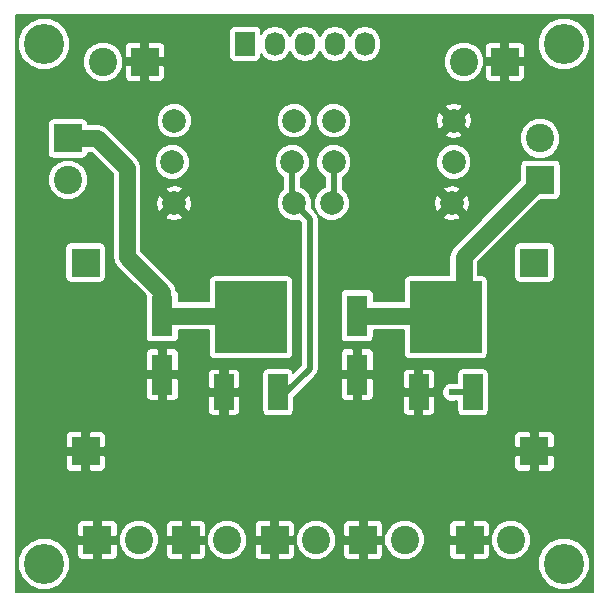
<source format=gbl>
G04 #@! TF.FileFunction,Copper,L2,Bot,Signal*
%FSLAX46Y46*%
G04 Gerber Fmt 4.6, Leading zero omitted, Abs format (unit mm)*
G04 Created by KiCad (PCBNEW 4.0.4-stable) date 09/13/16 18:24:55*
%MOMM*%
%LPD*%
G01*
G04 APERTURE LIST*
%ADD10C,0.100000*%
%ADD11R,1.800860X3.500120*%
%ADD12C,2.400000*%
%ADD13R,2.400000X2.400000*%
%ADD14R,1.651000X3.048000*%
%ADD15R,6.096000X6.096000*%
%ADD16C,1.998980*%
%ADD17R,1.727200X2.032000*%
%ADD18O,1.727200X2.032000*%
%ADD19C,3.400000*%
%ADD20C,0.600000*%
%ADD21C,1.400000*%
%ADD22C,0.530000*%
%ADD23C,0.200000*%
G04 APERTURE END LIST*
D10*
D11*
X63000000Y-126000640D03*
X63000000Y-130999360D03*
X79500000Y-126000640D03*
X79500000Y-130999360D03*
D12*
X61000000Y-145000000D03*
D13*
X57500000Y-145000000D03*
D12*
X68500000Y-145000000D03*
D13*
X65000000Y-145000000D03*
D12*
X76000000Y-145000000D03*
D13*
X72500000Y-145000000D03*
D12*
X83500000Y-145000000D03*
D13*
X80000000Y-145000000D03*
D12*
X55000000Y-114500000D03*
D13*
X55000000Y-111000000D03*
D12*
X95000000Y-111000000D03*
D13*
X95000000Y-114500000D03*
D12*
X92500000Y-145000000D03*
D13*
X89000000Y-145000000D03*
D14*
X72786000Y-132500000D03*
D15*
X70500000Y-126150000D03*
D14*
X68214000Y-132500000D03*
X89286000Y-132500000D03*
D15*
X87000000Y-126150000D03*
D14*
X84714000Y-132500000D03*
D16*
X64000000Y-109500000D03*
X74160000Y-109500000D03*
X77500000Y-109500000D03*
X87660000Y-109500000D03*
X74000000Y-113000000D03*
X63840000Y-113000000D03*
X77500000Y-113000000D03*
X87660000Y-113000000D03*
X64000000Y-116500000D03*
X74160000Y-116500000D03*
X87500000Y-116500000D03*
X77340000Y-116500000D03*
D13*
X94500000Y-137500000D03*
X94500000Y-121500000D03*
X56500000Y-121500000D03*
X56500000Y-137500000D03*
D17*
X70000000Y-103000000D03*
D18*
X72540000Y-103000000D03*
X75080000Y-103000000D03*
X77620000Y-103000000D03*
X80160000Y-103000000D03*
D12*
X88500000Y-104500000D03*
D13*
X92000000Y-104500000D03*
D19*
X53000000Y-147000000D03*
X97000000Y-147000000D03*
X97000000Y-103000000D03*
X53000000Y-103000000D03*
D12*
X58000000Y-104500000D03*
D13*
X61500000Y-104500000D03*
D20*
X87500000Y-132500000D03*
D21*
X55000000Y-111000000D02*
X57500000Y-111000000D01*
X63000000Y-124000000D02*
X63000000Y-126000640D01*
X60000000Y-121000000D02*
X63000000Y-124000000D01*
X60000000Y-113500000D02*
X60000000Y-121000000D01*
X57500000Y-111000000D02*
X60000000Y-113500000D01*
X63000000Y-126000640D02*
X70350640Y-126000640D01*
X70350640Y-126000640D02*
X70500000Y-126150000D01*
X95000000Y-114500000D02*
X88500000Y-121000000D01*
X88500000Y-121000000D02*
X88500000Y-124650000D01*
X88500000Y-124650000D02*
X87000000Y-126150000D01*
X79500000Y-126000640D02*
X86850640Y-126000640D01*
X86850640Y-126000640D02*
X87000000Y-126150000D01*
D22*
X72786000Y-132500000D02*
X73500000Y-132500000D01*
X73500000Y-132500000D02*
X75500000Y-130500000D01*
X75500000Y-130500000D02*
X75500000Y-117840000D01*
X75500000Y-117840000D02*
X74160000Y-116500000D01*
X74000000Y-113000000D02*
X74000000Y-116340000D01*
X74000000Y-116340000D02*
X74160000Y-116500000D01*
X89286000Y-132500000D02*
X87500000Y-132500000D01*
X77500000Y-113000000D02*
X77500000Y-116340000D01*
X77500000Y-116340000D02*
X77340000Y-116500000D01*
D23*
G36*
X99425000Y-149425000D02*
X50575000Y-149425000D01*
X50575000Y-147435687D01*
X50799619Y-147435687D01*
X51133843Y-148244572D01*
X51752173Y-148863982D01*
X52560473Y-149199618D01*
X53435687Y-149200381D01*
X54244572Y-148866157D01*
X54863982Y-148247827D01*
X55199618Y-147439527D01*
X55199621Y-147435687D01*
X94799619Y-147435687D01*
X95133843Y-148244572D01*
X95752173Y-148863982D01*
X96560473Y-149199618D01*
X97435687Y-149200381D01*
X98244572Y-148866157D01*
X98863982Y-148247827D01*
X99199618Y-147439527D01*
X99200381Y-146564313D01*
X98866157Y-145755428D01*
X98247827Y-145136018D01*
X97439527Y-144800382D01*
X96564313Y-144799619D01*
X95755428Y-145133843D01*
X95136018Y-145752173D01*
X94800382Y-146560473D01*
X94799619Y-147435687D01*
X55199621Y-147435687D01*
X55200381Y-146564313D01*
X54866157Y-145755428D01*
X54536306Y-145425000D01*
X55800000Y-145425000D01*
X55800000Y-146299456D01*
X55876121Y-146483227D01*
X56016773Y-146623880D01*
X56200544Y-146700000D01*
X57075000Y-146700000D01*
X57200000Y-146575000D01*
X57200000Y-145300000D01*
X57800000Y-145300000D01*
X57800000Y-146575000D01*
X57925000Y-146700000D01*
X58799456Y-146700000D01*
X58983227Y-146623880D01*
X59123879Y-146483227D01*
X59200000Y-146299456D01*
X59200000Y-145425000D01*
X59111667Y-145336667D01*
X59299706Y-145336667D01*
X59557970Y-145961715D01*
X60035770Y-146440350D01*
X60660366Y-146699704D01*
X61336667Y-146700294D01*
X61961715Y-146442030D01*
X62440350Y-145964230D01*
X62664257Y-145425000D01*
X63300000Y-145425000D01*
X63300000Y-146299456D01*
X63376121Y-146483227D01*
X63516773Y-146623880D01*
X63700544Y-146700000D01*
X64575000Y-146700000D01*
X64700000Y-146575000D01*
X64700000Y-145300000D01*
X65300000Y-145300000D01*
X65300000Y-146575000D01*
X65425000Y-146700000D01*
X66299456Y-146700000D01*
X66483227Y-146623880D01*
X66623879Y-146483227D01*
X66700000Y-146299456D01*
X66700000Y-145425000D01*
X66611667Y-145336667D01*
X66799706Y-145336667D01*
X67057970Y-145961715D01*
X67535770Y-146440350D01*
X68160366Y-146699704D01*
X68836667Y-146700294D01*
X69461715Y-146442030D01*
X69940350Y-145964230D01*
X70164257Y-145425000D01*
X70800000Y-145425000D01*
X70800000Y-146299456D01*
X70876121Y-146483227D01*
X71016773Y-146623880D01*
X71200544Y-146700000D01*
X72075000Y-146700000D01*
X72200000Y-146575000D01*
X72200000Y-145300000D01*
X72800000Y-145300000D01*
X72800000Y-146575000D01*
X72925000Y-146700000D01*
X73799456Y-146700000D01*
X73983227Y-146623880D01*
X74123879Y-146483227D01*
X74200000Y-146299456D01*
X74200000Y-145425000D01*
X74111667Y-145336667D01*
X74299706Y-145336667D01*
X74557970Y-145961715D01*
X75035770Y-146440350D01*
X75660366Y-146699704D01*
X76336667Y-146700294D01*
X76961715Y-146442030D01*
X77440350Y-145964230D01*
X77664257Y-145425000D01*
X78300000Y-145425000D01*
X78300000Y-146299456D01*
X78376121Y-146483227D01*
X78516773Y-146623880D01*
X78700544Y-146700000D01*
X79575000Y-146700000D01*
X79700000Y-146575000D01*
X79700000Y-145300000D01*
X80300000Y-145300000D01*
X80300000Y-146575000D01*
X80425000Y-146700000D01*
X81299456Y-146700000D01*
X81483227Y-146623880D01*
X81623879Y-146483227D01*
X81700000Y-146299456D01*
X81700000Y-145425000D01*
X81611667Y-145336667D01*
X81799706Y-145336667D01*
X82057970Y-145961715D01*
X82535770Y-146440350D01*
X83160366Y-146699704D01*
X83836667Y-146700294D01*
X84461715Y-146442030D01*
X84940350Y-145964230D01*
X85164257Y-145425000D01*
X87300000Y-145425000D01*
X87300000Y-146299456D01*
X87376121Y-146483227D01*
X87516773Y-146623880D01*
X87700544Y-146700000D01*
X88575000Y-146700000D01*
X88700000Y-146575000D01*
X88700000Y-145300000D01*
X89300000Y-145300000D01*
X89300000Y-146575000D01*
X89425000Y-146700000D01*
X90299456Y-146700000D01*
X90483227Y-146623880D01*
X90623879Y-146483227D01*
X90700000Y-146299456D01*
X90700000Y-145425000D01*
X90611667Y-145336667D01*
X90799706Y-145336667D01*
X91057970Y-145961715D01*
X91535770Y-146440350D01*
X92160366Y-146699704D01*
X92836667Y-146700294D01*
X93461715Y-146442030D01*
X93940350Y-145964230D01*
X94199704Y-145339634D01*
X94200294Y-144663333D01*
X93942030Y-144038285D01*
X93464230Y-143559650D01*
X92839634Y-143300296D01*
X92163333Y-143299706D01*
X91538285Y-143557970D01*
X91059650Y-144035770D01*
X90800296Y-144660366D01*
X90799706Y-145336667D01*
X90611667Y-145336667D01*
X90575000Y-145300000D01*
X89300000Y-145300000D01*
X88700000Y-145300000D01*
X87425000Y-145300000D01*
X87300000Y-145425000D01*
X85164257Y-145425000D01*
X85199704Y-145339634D01*
X85200294Y-144663333D01*
X84942030Y-144038285D01*
X84604879Y-143700544D01*
X87300000Y-143700544D01*
X87300000Y-144575000D01*
X87425000Y-144700000D01*
X88700000Y-144700000D01*
X88700000Y-143425000D01*
X89300000Y-143425000D01*
X89300000Y-144700000D01*
X90575000Y-144700000D01*
X90700000Y-144575000D01*
X90700000Y-143700544D01*
X90623879Y-143516773D01*
X90483227Y-143376120D01*
X90299456Y-143300000D01*
X89425000Y-143300000D01*
X89300000Y-143425000D01*
X88700000Y-143425000D01*
X88575000Y-143300000D01*
X87700544Y-143300000D01*
X87516773Y-143376120D01*
X87376121Y-143516773D01*
X87300000Y-143700544D01*
X84604879Y-143700544D01*
X84464230Y-143559650D01*
X83839634Y-143300296D01*
X83163333Y-143299706D01*
X82538285Y-143557970D01*
X82059650Y-144035770D01*
X81800296Y-144660366D01*
X81799706Y-145336667D01*
X81611667Y-145336667D01*
X81575000Y-145300000D01*
X80300000Y-145300000D01*
X79700000Y-145300000D01*
X78425000Y-145300000D01*
X78300000Y-145425000D01*
X77664257Y-145425000D01*
X77699704Y-145339634D01*
X77700294Y-144663333D01*
X77442030Y-144038285D01*
X77104879Y-143700544D01*
X78300000Y-143700544D01*
X78300000Y-144575000D01*
X78425000Y-144700000D01*
X79700000Y-144700000D01*
X79700000Y-143425000D01*
X80300000Y-143425000D01*
X80300000Y-144700000D01*
X81575000Y-144700000D01*
X81700000Y-144575000D01*
X81700000Y-143700544D01*
X81623879Y-143516773D01*
X81483227Y-143376120D01*
X81299456Y-143300000D01*
X80425000Y-143300000D01*
X80300000Y-143425000D01*
X79700000Y-143425000D01*
X79575000Y-143300000D01*
X78700544Y-143300000D01*
X78516773Y-143376120D01*
X78376121Y-143516773D01*
X78300000Y-143700544D01*
X77104879Y-143700544D01*
X76964230Y-143559650D01*
X76339634Y-143300296D01*
X75663333Y-143299706D01*
X75038285Y-143557970D01*
X74559650Y-144035770D01*
X74300296Y-144660366D01*
X74299706Y-145336667D01*
X74111667Y-145336667D01*
X74075000Y-145300000D01*
X72800000Y-145300000D01*
X72200000Y-145300000D01*
X70925000Y-145300000D01*
X70800000Y-145425000D01*
X70164257Y-145425000D01*
X70199704Y-145339634D01*
X70200294Y-144663333D01*
X69942030Y-144038285D01*
X69604879Y-143700544D01*
X70800000Y-143700544D01*
X70800000Y-144575000D01*
X70925000Y-144700000D01*
X72200000Y-144700000D01*
X72200000Y-143425000D01*
X72800000Y-143425000D01*
X72800000Y-144700000D01*
X74075000Y-144700000D01*
X74200000Y-144575000D01*
X74200000Y-143700544D01*
X74123879Y-143516773D01*
X73983227Y-143376120D01*
X73799456Y-143300000D01*
X72925000Y-143300000D01*
X72800000Y-143425000D01*
X72200000Y-143425000D01*
X72075000Y-143300000D01*
X71200544Y-143300000D01*
X71016773Y-143376120D01*
X70876121Y-143516773D01*
X70800000Y-143700544D01*
X69604879Y-143700544D01*
X69464230Y-143559650D01*
X68839634Y-143300296D01*
X68163333Y-143299706D01*
X67538285Y-143557970D01*
X67059650Y-144035770D01*
X66800296Y-144660366D01*
X66799706Y-145336667D01*
X66611667Y-145336667D01*
X66575000Y-145300000D01*
X65300000Y-145300000D01*
X64700000Y-145300000D01*
X63425000Y-145300000D01*
X63300000Y-145425000D01*
X62664257Y-145425000D01*
X62699704Y-145339634D01*
X62700294Y-144663333D01*
X62442030Y-144038285D01*
X62104879Y-143700544D01*
X63300000Y-143700544D01*
X63300000Y-144575000D01*
X63425000Y-144700000D01*
X64700000Y-144700000D01*
X64700000Y-143425000D01*
X65300000Y-143425000D01*
X65300000Y-144700000D01*
X66575000Y-144700000D01*
X66700000Y-144575000D01*
X66700000Y-143700544D01*
X66623879Y-143516773D01*
X66483227Y-143376120D01*
X66299456Y-143300000D01*
X65425000Y-143300000D01*
X65300000Y-143425000D01*
X64700000Y-143425000D01*
X64575000Y-143300000D01*
X63700544Y-143300000D01*
X63516773Y-143376120D01*
X63376121Y-143516773D01*
X63300000Y-143700544D01*
X62104879Y-143700544D01*
X61964230Y-143559650D01*
X61339634Y-143300296D01*
X60663333Y-143299706D01*
X60038285Y-143557970D01*
X59559650Y-144035770D01*
X59300296Y-144660366D01*
X59299706Y-145336667D01*
X59111667Y-145336667D01*
X59075000Y-145300000D01*
X57800000Y-145300000D01*
X57200000Y-145300000D01*
X55925000Y-145300000D01*
X55800000Y-145425000D01*
X54536306Y-145425000D01*
X54247827Y-145136018D01*
X53439527Y-144800382D01*
X52564313Y-144799619D01*
X51755428Y-145133843D01*
X51136018Y-145752173D01*
X50800382Y-146560473D01*
X50799619Y-147435687D01*
X50575000Y-147435687D01*
X50575000Y-143700544D01*
X55800000Y-143700544D01*
X55800000Y-144575000D01*
X55925000Y-144700000D01*
X57200000Y-144700000D01*
X57200000Y-143425000D01*
X57800000Y-143425000D01*
X57800000Y-144700000D01*
X59075000Y-144700000D01*
X59200000Y-144575000D01*
X59200000Y-143700544D01*
X59123879Y-143516773D01*
X58983227Y-143376120D01*
X58799456Y-143300000D01*
X57925000Y-143300000D01*
X57800000Y-143425000D01*
X57200000Y-143425000D01*
X57075000Y-143300000D01*
X56200544Y-143300000D01*
X56016773Y-143376120D01*
X55876121Y-143516773D01*
X55800000Y-143700544D01*
X50575000Y-143700544D01*
X50575000Y-137925000D01*
X54800000Y-137925000D01*
X54800000Y-138799456D01*
X54876121Y-138983227D01*
X55016773Y-139123880D01*
X55200544Y-139200000D01*
X56075000Y-139200000D01*
X56200000Y-139075000D01*
X56200000Y-137800000D01*
X56800000Y-137800000D01*
X56800000Y-139075000D01*
X56925000Y-139200000D01*
X57799456Y-139200000D01*
X57983227Y-139123880D01*
X58123879Y-138983227D01*
X58200000Y-138799456D01*
X58200000Y-137925000D01*
X92800000Y-137925000D01*
X92800000Y-138799456D01*
X92876121Y-138983227D01*
X93016773Y-139123880D01*
X93200544Y-139200000D01*
X94075000Y-139200000D01*
X94200000Y-139075000D01*
X94200000Y-137800000D01*
X94800000Y-137800000D01*
X94800000Y-139075000D01*
X94925000Y-139200000D01*
X95799456Y-139200000D01*
X95983227Y-139123880D01*
X96123879Y-138983227D01*
X96200000Y-138799456D01*
X96200000Y-137925000D01*
X96075000Y-137800000D01*
X94800000Y-137800000D01*
X94200000Y-137800000D01*
X92925000Y-137800000D01*
X92800000Y-137925000D01*
X58200000Y-137925000D01*
X58075000Y-137800000D01*
X56800000Y-137800000D01*
X56200000Y-137800000D01*
X54925000Y-137800000D01*
X54800000Y-137925000D01*
X50575000Y-137925000D01*
X50575000Y-136200544D01*
X54800000Y-136200544D01*
X54800000Y-137075000D01*
X54925000Y-137200000D01*
X56200000Y-137200000D01*
X56200000Y-135925000D01*
X56800000Y-135925000D01*
X56800000Y-137200000D01*
X58075000Y-137200000D01*
X58200000Y-137075000D01*
X58200000Y-136200544D01*
X92800000Y-136200544D01*
X92800000Y-137075000D01*
X92925000Y-137200000D01*
X94200000Y-137200000D01*
X94200000Y-135925000D01*
X94800000Y-135925000D01*
X94800000Y-137200000D01*
X96075000Y-137200000D01*
X96200000Y-137075000D01*
X96200000Y-136200544D01*
X96123879Y-136016773D01*
X95983227Y-135876120D01*
X95799456Y-135800000D01*
X94925000Y-135800000D01*
X94800000Y-135925000D01*
X94200000Y-135925000D01*
X94075000Y-135800000D01*
X93200544Y-135800000D01*
X93016773Y-135876120D01*
X92876121Y-136016773D01*
X92800000Y-136200544D01*
X58200000Y-136200544D01*
X58123879Y-136016773D01*
X57983227Y-135876120D01*
X57799456Y-135800000D01*
X56925000Y-135800000D01*
X56800000Y-135925000D01*
X56200000Y-135925000D01*
X56075000Y-135800000D01*
X55200544Y-135800000D01*
X55016773Y-135876120D01*
X54876121Y-136016773D01*
X54800000Y-136200544D01*
X50575000Y-136200544D01*
X50575000Y-131424360D01*
X61599570Y-131424360D01*
X61599570Y-132848876D01*
X61675690Y-133032647D01*
X61816343Y-133173299D01*
X62000114Y-133249420D01*
X62575000Y-133249420D01*
X62700000Y-133124420D01*
X62700000Y-131299360D01*
X63300000Y-131299360D01*
X63300000Y-133124420D01*
X63425000Y-133249420D01*
X63999886Y-133249420D01*
X64183657Y-133173299D01*
X64324310Y-133032647D01*
X64368898Y-132925000D01*
X66888500Y-132925000D01*
X66888500Y-134123456D01*
X66964621Y-134307227D01*
X67105273Y-134447880D01*
X67289044Y-134524000D01*
X67789000Y-134524000D01*
X67914000Y-134399000D01*
X67914000Y-132800000D01*
X68514000Y-132800000D01*
X68514000Y-134399000D01*
X68639000Y-134524000D01*
X69138956Y-134524000D01*
X69322727Y-134447880D01*
X69463379Y-134307227D01*
X69539500Y-134123456D01*
X69539500Y-132925000D01*
X69414500Y-132800000D01*
X68514000Y-132800000D01*
X67914000Y-132800000D01*
X67013500Y-132800000D01*
X66888500Y-132925000D01*
X64368898Y-132925000D01*
X64400430Y-132848876D01*
X64400430Y-131424360D01*
X64275430Y-131299360D01*
X63300000Y-131299360D01*
X62700000Y-131299360D01*
X61724570Y-131299360D01*
X61599570Y-131424360D01*
X50575000Y-131424360D01*
X50575000Y-130876544D01*
X66888500Y-130876544D01*
X66888500Y-132075000D01*
X67013500Y-132200000D01*
X67914000Y-132200000D01*
X67914000Y-130601000D01*
X68514000Y-130601000D01*
X68514000Y-132200000D01*
X69414500Y-132200000D01*
X69539500Y-132075000D01*
X69539500Y-130976000D01*
X71450705Y-130976000D01*
X71450705Y-134024000D01*
X71485569Y-134209289D01*
X71595075Y-134379465D01*
X71762161Y-134493630D01*
X71960500Y-134533795D01*
X73611500Y-134533795D01*
X73796789Y-134498931D01*
X73966965Y-134389425D01*
X74081130Y-134222339D01*
X74121295Y-134024000D01*
X74121295Y-132960579D01*
X75657514Y-131424360D01*
X78099570Y-131424360D01*
X78099570Y-132848876D01*
X78175690Y-133032647D01*
X78316343Y-133173299D01*
X78500114Y-133249420D01*
X79075000Y-133249420D01*
X79200000Y-133124420D01*
X79200000Y-131299360D01*
X79800000Y-131299360D01*
X79800000Y-133124420D01*
X79925000Y-133249420D01*
X80499886Y-133249420D01*
X80683657Y-133173299D01*
X80824310Y-133032647D01*
X80868898Y-132925000D01*
X83388500Y-132925000D01*
X83388500Y-134123456D01*
X83464621Y-134307227D01*
X83605273Y-134447880D01*
X83789044Y-134524000D01*
X84289000Y-134524000D01*
X84414000Y-134399000D01*
X84414000Y-132800000D01*
X85014000Y-132800000D01*
X85014000Y-134399000D01*
X85139000Y-134524000D01*
X85638956Y-134524000D01*
X85822727Y-134447880D01*
X85963379Y-134307227D01*
X86039500Y-134123456D01*
X86039500Y-132925000D01*
X85914500Y-132800000D01*
X85014000Y-132800000D01*
X84414000Y-132800000D01*
X83513500Y-132800000D01*
X83388500Y-132925000D01*
X80868898Y-132925000D01*
X80900430Y-132848876D01*
X80900430Y-132658432D01*
X86699861Y-132658432D01*
X86821397Y-132952572D01*
X87046245Y-133177812D01*
X87340172Y-133299861D01*
X87658432Y-133300139D01*
X87743475Y-133265000D01*
X87950705Y-133265000D01*
X87950705Y-134024000D01*
X87985569Y-134209289D01*
X88095075Y-134379465D01*
X88262161Y-134493630D01*
X88460500Y-134533795D01*
X90111500Y-134533795D01*
X90296789Y-134498931D01*
X90466965Y-134389425D01*
X90581130Y-134222339D01*
X90621295Y-134024000D01*
X90621295Y-130976000D01*
X90586431Y-130790711D01*
X90476925Y-130620535D01*
X90309839Y-130506370D01*
X90111500Y-130466205D01*
X88460500Y-130466205D01*
X88275211Y-130501069D01*
X88105035Y-130610575D01*
X87990870Y-130777661D01*
X87950705Y-130976000D01*
X87950705Y-131735000D01*
X87743783Y-131735000D01*
X87659828Y-131700139D01*
X87341568Y-131699861D01*
X87047428Y-131821397D01*
X86822188Y-132046245D01*
X86700139Y-132340172D01*
X86699861Y-132658432D01*
X80900430Y-132658432D01*
X80900430Y-131424360D01*
X80775430Y-131299360D01*
X79800000Y-131299360D01*
X79200000Y-131299360D01*
X78224570Y-131299360D01*
X78099570Y-131424360D01*
X75657514Y-131424360D01*
X76040937Y-131040937D01*
X76150780Y-130876544D01*
X83388500Y-130876544D01*
X83388500Y-132075000D01*
X83513500Y-132200000D01*
X84414000Y-132200000D01*
X84414000Y-130601000D01*
X85014000Y-130601000D01*
X85014000Y-132200000D01*
X85914500Y-132200000D01*
X86039500Y-132075000D01*
X86039500Y-130876544D01*
X85963379Y-130692773D01*
X85822727Y-130552120D01*
X85638956Y-130476000D01*
X85139000Y-130476000D01*
X85014000Y-130601000D01*
X84414000Y-130601000D01*
X84289000Y-130476000D01*
X83789044Y-130476000D01*
X83605273Y-130552120D01*
X83464621Y-130692773D01*
X83388500Y-130876544D01*
X76150780Y-130876544D01*
X76206768Y-130792753D01*
X76265000Y-130500000D01*
X76265000Y-129149844D01*
X78099570Y-129149844D01*
X78099570Y-130574360D01*
X78224570Y-130699360D01*
X79200000Y-130699360D01*
X79200000Y-128874300D01*
X79800000Y-128874300D01*
X79800000Y-130699360D01*
X80775430Y-130699360D01*
X80900430Y-130574360D01*
X80900430Y-129149844D01*
X80824310Y-128966073D01*
X80683657Y-128825421D01*
X80499886Y-128749300D01*
X79925000Y-128749300D01*
X79800000Y-128874300D01*
X79200000Y-128874300D01*
X79075000Y-128749300D01*
X78500114Y-128749300D01*
X78316343Y-128825421D01*
X78175690Y-128966073D01*
X78099570Y-129149844D01*
X76265000Y-129149844D01*
X76265000Y-124250580D01*
X78089775Y-124250580D01*
X78089775Y-127750700D01*
X78124639Y-127935989D01*
X78234145Y-128106165D01*
X78401231Y-128220330D01*
X78599570Y-128260495D01*
X80400430Y-128260495D01*
X80585719Y-128225631D01*
X80755895Y-128116125D01*
X80870060Y-127949039D01*
X80910225Y-127750700D01*
X80910225Y-127200640D01*
X83442205Y-127200640D01*
X83442205Y-129198000D01*
X83477069Y-129383289D01*
X83586575Y-129553465D01*
X83753661Y-129667630D01*
X83952000Y-129707795D01*
X90048000Y-129707795D01*
X90233289Y-129672931D01*
X90403465Y-129563425D01*
X90517630Y-129396339D01*
X90557795Y-129198000D01*
X90557795Y-123102000D01*
X90522931Y-122916711D01*
X90413425Y-122746535D01*
X90246339Y-122632370D01*
X90048000Y-122592205D01*
X89700000Y-122592205D01*
X89700000Y-121497056D01*
X90897056Y-120300000D01*
X92790205Y-120300000D01*
X92790205Y-122700000D01*
X92825069Y-122885289D01*
X92934575Y-123055465D01*
X93101661Y-123169630D01*
X93300000Y-123209795D01*
X95700000Y-123209795D01*
X95885289Y-123174931D01*
X96055465Y-123065425D01*
X96169630Y-122898339D01*
X96209795Y-122700000D01*
X96209795Y-120300000D01*
X96174931Y-120114711D01*
X96065425Y-119944535D01*
X95898339Y-119830370D01*
X95700000Y-119790205D01*
X93300000Y-119790205D01*
X93114711Y-119825069D01*
X92944535Y-119934575D01*
X92830370Y-120101661D01*
X92790205Y-120300000D01*
X90897056Y-120300000D01*
X94987261Y-116209795D01*
X96200000Y-116209795D01*
X96385289Y-116174931D01*
X96555465Y-116065425D01*
X96669630Y-115898339D01*
X96709795Y-115700000D01*
X96709795Y-113300000D01*
X96674931Y-113114711D01*
X96565425Y-112944535D01*
X96398339Y-112830370D01*
X96200000Y-112790205D01*
X93800000Y-112790205D01*
X93614711Y-112825069D01*
X93444535Y-112934575D01*
X93330370Y-113101661D01*
X93290205Y-113300000D01*
X93290205Y-114512739D01*
X87651472Y-120151472D01*
X87391345Y-120540780D01*
X87300000Y-121000000D01*
X87300000Y-122592205D01*
X83952000Y-122592205D01*
X83766711Y-122627069D01*
X83596535Y-122736575D01*
X83482370Y-122903661D01*
X83442205Y-123102000D01*
X83442205Y-124800640D01*
X80910225Y-124800640D01*
X80910225Y-124250580D01*
X80875361Y-124065291D01*
X80765855Y-123895115D01*
X80598769Y-123780950D01*
X80400430Y-123740785D01*
X78599570Y-123740785D01*
X78414281Y-123775649D01*
X78244105Y-123885155D01*
X78129940Y-124052241D01*
X78089775Y-124250580D01*
X76265000Y-124250580D01*
X76265000Y-117840000D01*
X76206768Y-117547247D01*
X76085508Y-117365769D01*
X76489498Y-117770465D01*
X77040424Y-117999229D01*
X77636958Y-117999750D01*
X78188283Y-117771947D01*
X78278502Y-117681885D01*
X86742379Y-117681885D01*
X86861529Y-117889169D01*
X87441742Y-118027757D01*
X88030824Y-117933758D01*
X88138471Y-117889169D01*
X88257621Y-117681885D01*
X87500000Y-116924264D01*
X86742379Y-117681885D01*
X78278502Y-117681885D01*
X78610465Y-117350502D01*
X78839229Y-116799576D01*
X78839541Y-116441742D01*
X85972243Y-116441742D01*
X86066242Y-117030824D01*
X86110831Y-117138471D01*
X86318115Y-117257621D01*
X87075736Y-116500000D01*
X87924264Y-116500000D01*
X88681885Y-117257621D01*
X88889169Y-117138471D01*
X89027757Y-116558258D01*
X88933758Y-115969176D01*
X88889169Y-115861529D01*
X88681885Y-115742379D01*
X87924264Y-116500000D01*
X87075736Y-116500000D01*
X86318115Y-115742379D01*
X86110831Y-115861529D01*
X85972243Y-116441742D01*
X78839541Y-116441742D01*
X78839750Y-116203042D01*
X78611947Y-115651717D01*
X78278928Y-115318115D01*
X86742379Y-115318115D01*
X87500000Y-116075736D01*
X88257621Y-115318115D01*
X88138471Y-115110831D01*
X87558258Y-114972243D01*
X86969176Y-115066242D01*
X86861529Y-115110831D01*
X86742379Y-115318115D01*
X78278928Y-115318115D01*
X78265000Y-115304163D01*
X78265000Y-114306359D01*
X78348283Y-114271947D01*
X78770465Y-113850502D01*
X78999229Y-113299576D01*
X78999231Y-113296958D01*
X86160250Y-113296958D01*
X86388053Y-113848283D01*
X86809498Y-114270465D01*
X87360424Y-114499229D01*
X87956958Y-114499750D01*
X88508283Y-114271947D01*
X88930465Y-113850502D01*
X89159229Y-113299576D01*
X89159750Y-112703042D01*
X88931947Y-112151717D01*
X88510502Y-111729535D01*
X87959576Y-111500771D01*
X87363042Y-111500250D01*
X86811717Y-111728053D01*
X86389535Y-112149498D01*
X86160771Y-112700424D01*
X86160250Y-113296958D01*
X78999231Y-113296958D01*
X78999750Y-112703042D01*
X78771947Y-112151717D01*
X78350502Y-111729535D01*
X77799576Y-111500771D01*
X77203042Y-111500250D01*
X76651717Y-111728053D01*
X76229535Y-112149498D01*
X76000771Y-112700424D01*
X76000250Y-113296958D01*
X76228053Y-113848283D01*
X76649498Y-114270465D01*
X76735000Y-114305968D01*
X76735000Y-115127530D01*
X76491717Y-115228053D01*
X76069535Y-115649498D01*
X75840771Y-116200424D01*
X75840250Y-116796958D01*
X76058700Y-117325648D01*
X76040937Y-117299063D01*
X75624672Y-116882798D01*
X75659229Y-116799576D01*
X75659750Y-116203042D01*
X75431947Y-115651717D01*
X75010502Y-115229535D01*
X74765000Y-115127594D01*
X74765000Y-114306359D01*
X74848283Y-114271947D01*
X75270465Y-113850502D01*
X75499229Y-113299576D01*
X75499750Y-112703042D01*
X75271947Y-112151717D01*
X74850502Y-111729535D01*
X74299576Y-111500771D01*
X73703042Y-111500250D01*
X73151717Y-111728053D01*
X72729535Y-112149498D01*
X72500771Y-112700424D01*
X72500250Y-113296958D01*
X72728053Y-113848283D01*
X73149498Y-114270465D01*
X73235000Y-114305968D01*
X73235000Y-115304636D01*
X72889535Y-115649498D01*
X72660771Y-116200424D01*
X72660250Y-116796958D01*
X72888053Y-117348283D01*
X73309498Y-117770465D01*
X73860424Y-117999229D01*
X74456958Y-117999750D01*
X74542522Y-117964396D01*
X74735000Y-118156874D01*
X74735000Y-130183126D01*
X74092921Y-130825205D01*
X74086431Y-130790711D01*
X73976925Y-130620535D01*
X73809839Y-130506370D01*
X73611500Y-130466205D01*
X71960500Y-130466205D01*
X71775211Y-130501069D01*
X71605035Y-130610575D01*
X71490870Y-130777661D01*
X71450705Y-130976000D01*
X69539500Y-130976000D01*
X69539500Y-130876544D01*
X69463379Y-130692773D01*
X69322727Y-130552120D01*
X69138956Y-130476000D01*
X68639000Y-130476000D01*
X68514000Y-130601000D01*
X67914000Y-130601000D01*
X67789000Y-130476000D01*
X67289044Y-130476000D01*
X67105273Y-130552120D01*
X66964621Y-130692773D01*
X66888500Y-130876544D01*
X50575000Y-130876544D01*
X50575000Y-129149844D01*
X61599570Y-129149844D01*
X61599570Y-130574360D01*
X61724570Y-130699360D01*
X62700000Y-130699360D01*
X62700000Y-128874300D01*
X63300000Y-128874300D01*
X63300000Y-130699360D01*
X64275430Y-130699360D01*
X64400430Y-130574360D01*
X64400430Y-129149844D01*
X64324310Y-128966073D01*
X64183657Y-128825421D01*
X63999886Y-128749300D01*
X63425000Y-128749300D01*
X63300000Y-128874300D01*
X62700000Y-128874300D01*
X62575000Y-128749300D01*
X62000114Y-128749300D01*
X61816343Y-128825421D01*
X61675690Y-128966073D01*
X61599570Y-129149844D01*
X50575000Y-129149844D01*
X50575000Y-120300000D01*
X54790205Y-120300000D01*
X54790205Y-122700000D01*
X54825069Y-122885289D01*
X54934575Y-123055465D01*
X55101661Y-123169630D01*
X55300000Y-123209795D01*
X57700000Y-123209795D01*
X57885289Y-123174931D01*
X58055465Y-123065425D01*
X58169630Y-122898339D01*
X58209795Y-122700000D01*
X58209795Y-120300000D01*
X58174931Y-120114711D01*
X58065425Y-119944535D01*
X57898339Y-119830370D01*
X57700000Y-119790205D01*
X55300000Y-119790205D01*
X55114711Y-119825069D01*
X54944535Y-119934575D01*
X54830370Y-120101661D01*
X54790205Y-120300000D01*
X50575000Y-120300000D01*
X50575000Y-114836667D01*
X53299706Y-114836667D01*
X53557970Y-115461715D01*
X54035770Y-115940350D01*
X54660366Y-116199704D01*
X55336667Y-116200294D01*
X55961715Y-115942030D01*
X56440350Y-115464230D01*
X56699704Y-114839634D01*
X56700294Y-114163333D01*
X56442030Y-113538285D01*
X55964230Y-113059650D01*
X55339634Y-112800296D01*
X54663333Y-112799706D01*
X54038285Y-113057970D01*
X53559650Y-113535770D01*
X53300296Y-114160366D01*
X53299706Y-114836667D01*
X50575000Y-114836667D01*
X50575000Y-109800000D01*
X53290205Y-109800000D01*
X53290205Y-112200000D01*
X53325069Y-112385289D01*
X53434575Y-112555465D01*
X53601661Y-112669630D01*
X53800000Y-112709795D01*
X56200000Y-112709795D01*
X56385289Y-112674931D01*
X56555465Y-112565425D01*
X56669630Y-112398339D01*
X56709795Y-112200000D01*
X57002944Y-112200000D01*
X58800000Y-113997056D01*
X58800000Y-121000000D01*
X58891345Y-121459220D01*
X59151472Y-121848528D01*
X61589775Y-124286831D01*
X61589775Y-127750700D01*
X61624639Y-127935989D01*
X61734145Y-128106165D01*
X61901231Y-128220330D01*
X62099570Y-128260495D01*
X63900430Y-128260495D01*
X64085719Y-128225631D01*
X64255895Y-128116125D01*
X64370060Y-127949039D01*
X64410225Y-127750700D01*
X64410225Y-127200640D01*
X66942205Y-127200640D01*
X66942205Y-129198000D01*
X66977069Y-129383289D01*
X67086575Y-129553465D01*
X67253661Y-129667630D01*
X67452000Y-129707795D01*
X73548000Y-129707795D01*
X73733289Y-129672931D01*
X73903465Y-129563425D01*
X74017630Y-129396339D01*
X74057795Y-129198000D01*
X74057795Y-123102000D01*
X74022931Y-122916711D01*
X73913425Y-122746535D01*
X73746339Y-122632370D01*
X73548000Y-122592205D01*
X67452000Y-122592205D01*
X67266711Y-122627069D01*
X67096535Y-122736575D01*
X66982370Y-122903661D01*
X66942205Y-123102000D01*
X66942205Y-124800640D01*
X64410225Y-124800640D01*
X64410225Y-124250580D01*
X64375361Y-124065291D01*
X64265855Y-123895115D01*
X64165497Y-123826543D01*
X64108655Y-123540780D01*
X63848528Y-123151472D01*
X61200000Y-120502944D01*
X61200000Y-117681885D01*
X63242379Y-117681885D01*
X63361529Y-117889169D01*
X63941742Y-118027757D01*
X64530824Y-117933758D01*
X64638471Y-117889169D01*
X64757621Y-117681885D01*
X64000000Y-116924264D01*
X63242379Y-117681885D01*
X61200000Y-117681885D01*
X61200000Y-116441742D01*
X62472243Y-116441742D01*
X62566242Y-117030824D01*
X62610831Y-117138471D01*
X62818115Y-117257621D01*
X63575736Y-116500000D01*
X64424264Y-116500000D01*
X65181885Y-117257621D01*
X65389169Y-117138471D01*
X65527757Y-116558258D01*
X65433758Y-115969176D01*
X65389169Y-115861529D01*
X65181885Y-115742379D01*
X64424264Y-116500000D01*
X63575736Y-116500000D01*
X62818115Y-115742379D01*
X62610831Y-115861529D01*
X62472243Y-116441742D01*
X61200000Y-116441742D01*
X61200000Y-115318115D01*
X63242379Y-115318115D01*
X64000000Y-116075736D01*
X64757621Y-115318115D01*
X64638471Y-115110831D01*
X64058258Y-114972243D01*
X63469176Y-115066242D01*
X63361529Y-115110831D01*
X63242379Y-115318115D01*
X61200000Y-115318115D01*
X61200000Y-113500000D01*
X61159613Y-113296958D01*
X62340250Y-113296958D01*
X62568053Y-113848283D01*
X62989498Y-114270465D01*
X63540424Y-114499229D01*
X64136958Y-114499750D01*
X64688283Y-114271947D01*
X65110465Y-113850502D01*
X65339229Y-113299576D01*
X65339750Y-112703042D01*
X65111947Y-112151717D01*
X64690502Y-111729535D01*
X64139576Y-111500771D01*
X63543042Y-111500250D01*
X62991717Y-111728053D01*
X62569535Y-112149498D01*
X62340771Y-112700424D01*
X62340250Y-113296958D01*
X61159613Y-113296958D01*
X61108655Y-113040780D01*
X60848528Y-112651472D01*
X59533723Y-111336667D01*
X93299706Y-111336667D01*
X93557970Y-111961715D01*
X94035770Y-112440350D01*
X94660366Y-112699704D01*
X95336667Y-112700294D01*
X95961715Y-112442030D01*
X96440350Y-111964230D01*
X96699704Y-111339634D01*
X96700294Y-110663333D01*
X96442030Y-110038285D01*
X95964230Y-109559650D01*
X95339634Y-109300296D01*
X94663333Y-109299706D01*
X94038285Y-109557970D01*
X93559650Y-110035770D01*
X93300296Y-110660366D01*
X93299706Y-111336667D01*
X59533723Y-111336667D01*
X58348528Y-110151472D01*
X57959220Y-109891345D01*
X57500000Y-109800000D01*
X56709795Y-109800000D01*
X56709223Y-109796958D01*
X62500250Y-109796958D01*
X62728053Y-110348283D01*
X63149498Y-110770465D01*
X63700424Y-110999229D01*
X64296958Y-110999750D01*
X64848283Y-110771947D01*
X65270465Y-110350502D01*
X65499229Y-109799576D01*
X65499231Y-109796958D01*
X72660250Y-109796958D01*
X72888053Y-110348283D01*
X73309498Y-110770465D01*
X73860424Y-110999229D01*
X74456958Y-110999750D01*
X75008283Y-110771947D01*
X75430465Y-110350502D01*
X75659229Y-109799576D01*
X75659231Y-109796958D01*
X76000250Y-109796958D01*
X76228053Y-110348283D01*
X76649498Y-110770465D01*
X77200424Y-110999229D01*
X77796958Y-110999750D01*
X78348283Y-110771947D01*
X78438502Y-110681885D01*
X86902379Y-110681885D01*
X87021529Y-110889169D01*
X87601742Y-111027757D01*
X88190824Y-110933758D01*
X88298471Y-110889169D01*
X88417621Y-110681885D01*
X87660000Y-109924264D01*
X86902379Y-110681885D01*
X78438502Y-110681885D01*
X78770465Y-110350502D01*
X78999229Y-109799576D01*
X78999541Y-109441742D01*
X86132243Y-109441742D01*
X86226242Y-110030824D01*
X86270831Y-110138471D01*
X86478115Y-110257621D01*
X87235736Y-109500000D01*
X88084264Y-109500000D01*
X88841885Y-110257621D01*
X89049169Y-110138471D01*
X89187757Y-109558258D01*
X89093758Y-108969176D01*
X89049169Y-108861529D01*
X88841885Y-108742379D01*
X88084264Y-109500000D01*
X87235736Y-109500000D01*
X86478115Y-108742379D01*
X86270831Y-108861529D01*
X86132243Y-109441742D01*
X78999541Y-109441742D01*
X78999750Y-109203042D01*
X78771947Y-108651717D01*
X78438928Y-108318115D01*
X86902379Y-108318115D01*
X87660000Y-109075736D01*
X88417621Y-108318115D01*
X88298471Y-108110831D01*
X87718258Y-107972243D01*
X87129176Y-108066242D01*
X87021529Y-108110831D01*
X86902379Y-108318115D01*
X78438928Y-108318115D01*
X78350502Y-108229535D01*
X77799576Y-108000771D01*
X77203042Y-108000250D01*
X76651717Y-108228053D01*
X76229535Y-108649498D01*
X76000771Y-109200424D01*
X76000250Y-109796958D01*
X75659231Y-109796958D01*
X75659750Y-109203042D01*
X75431947Y-108651717D01*
X75010502Y-108229535D01*
X74459576Y-108000771D01*
X73863042Y-108000250D01*
X73311717Y-108228053D01*
X72889535Y-108649498D01*
X72660771Y-109200424D01*
X72660250Y-109796958D01*
X65499231Y-109796958D01*
X65499750Y-109203042D01*
X65271947Y-108651717D01*
X64850502Y-108229535D01*
X64299576Y-108000771D01*
X63703042Y-108000250D01*
X63151717Y-108228053D01*
X62729535Y-108649498D01*
X62500771Y-109200424D01*
X62500250Y-109796958D01*
X56709223Y-109796958D01*
X56674931Y-109614711D01*
X56565425Y-109444535D01*
X56398339Y-109330370D01*
X56200000Y-109290205D01*
X53800000Y-109290205D01*
X53614711Y-109325069D01*
X53444535Y-109434575D01*
X53330370Y-109601661D01*
X53290205Y-109800000D01*
X50575000Y-109800000D01*
X50575000Y-103435687D01*
X50799619Y-103435687D01*
X51133843Y-104244572D01*
X51752173Y-104863982D01*
X52560473Y-105199618D01*
X53435687Y-105200381D01*
X54244572Y-104866157D01*
X54274113Y-104836667D01*
X56299706Y-104836667D01*
X56557970Y-105461715D01*
X57035770Y-105940350D01*
X57660366Y-106199704D01*
X58336667Y-106200294D01*
X58961715Y-105942030D01*
X59440350Y-105464230D01*
X59664257Y-104925000D01*
X59800000Y-104925000D01*
X59800000Y-105799456D01*
X59876121Y-105983227D01*
X60016773Y-106123880D01*
X60200544Y-106200000D01*
X61075000Y-106200000D01*
X61200000Y-106075000D01*
X61200000Y-104800000D01*
X61800000Y-104800000D01*
X61800000Y-106075000D01*
X61925000Y-106200000D01*
X62799456Y-106200000D01*
X62983227Y-106123880D01*
X63123879Y-105983227D01*
X63200000Y-105799456D01*
X63200000Y-104925000D01*
X63111667Y-104836667D01*
X86799706Y-104836667D01*
X87057970Y-105461715D01*
X87535770Y-105940350D01*
X88160366Y-106199704D01*
X88836667Y-106200294D01*
X89461715Y-105942030D01*
X89940350Y-105464230D01*
X90164257Y-104925000D01*
X90300000Y-104925000D01*
X90300000Y-105799456D01*
X90376121Y-105983227D01*
X90516773Y-106123880D01*
X90700544Y-106200000D01*
X91575000Y-106200000D01*
X91700000Y-106075000D01*
X91700000Y-104800000D01*
X92300000Y-104800000D01*
X92300000Y-106075000D01*
X92425000Y-106200000D01*
X93299456Y-106200000D01*
X93483227Y-106123880D01*
X93623879Y-105983227D01*
X93700000Y-105799456D01*
X93700000Y-104925000D01*
X93575000Y-104800000D01*
X92300000Y-104800000D01*
X91700000Y-104800000D01*
X90425000Y-104800000D01*
X90300000Y-104925000D01*
X90164257Y-104925000D01*
X90199704Y-104839634D01*
X90200294Y-104163333D01*
X89942030Y-103538285D01*
X89604879Y-103200544D01*
X90300000Y-103200544D01*
X90300000Y-104075000D01*
X90425000Y-104200000D01*
X91700000Y-104200000D01*
X91700000Y-102925000D01*
X92300000Y-102925000D01*
X92300000Y-104200000D01*
X93575000Y-104200000D01*
X93700000Y-104075000D01*
X93700000Y-103435687D01*
X94799619Y-103435687D01*
X95133843Y-104244572D01*
X95752173Y-104863982D01*
X96560473Y-105199618D01*
X97435687Y-105200381D01*
X98244572Y-104866157D01*
X98863982Y-104247827D01*
X99199618Y-103439527D01*
X99200381Y-102564313D01*
X98866157Y-101755428D01*
X98247827Y-101136018D01*
X97439527Y-100800382D01*
X96564313Y-100799619D01*
X95755428Y-101133843D01*
X95136018Y-101752173D01*
X94800382Y-102560473D01*
X94799619Y-103435687D01*
X93700000Y-103435687D01*
X93700000Y-103200544D01*
X93623879Y-103016773D01*
X93483227Y-102876120D01*
X93299456Y-102800000D01*
X92425000Y-102800000D01*
X92300000Y-102925000D01*
X91700000Y-102925000D01*
X91575000Y-102800000D01*
X90700544Y-102800000D01*
X90516773Y-102876120D01*
X90376121Y-103016773D01*
X90300000Y-103200544D01*
X89604879Y-103200544D01*
X89464230Y-103059650D01*
X88839634Y-102800296D01*
X88163333Y-102799706D01*
X87538285Y-103057970D01*
X87059650Y-103535770D01*
X86800296Y-104160366D01*
X86799706Y-104836667D01*
X63111667Y-104836667D01*
X63075000Y-104800000D01*
X61800000Y-104800000D01*
X61200000Y-104800000D01*
X59925000Y-104800000D01*
X59800000Y-104925000D01*
X59664257Y-104925000D01*
X59699704Y-104839634D01*
X59700294Y-104163333D01*
X59442030Y-103538285D01*
X59104879Y-103200544D01*
X59800000Y-103200544D01*
X59800000Y-104075000D01*
X59925000Y-104200000D01*
X61200000Y-104200000D01*
X61200000Y-102925000D01*
X61800000Y-102925000D01*
X61800000Y-104200000D01*
X63075000Y-104200000D01*
X63200000Y-104075000D01*
X63200000Y-103200544D01*
X63123879Y-103016773D01*
X62983227Y-102876120D01*
X62799456Y-102800000D01*
X61925000Y-102800000D01*
X61800000Y-102925000D01*
X61200000Y-102925000D01*
X61075000Y-102800000D01*
X60200544Y-102800000D01*
X60016773Y-102876120D01*
X59876121Y-103016773D01*
X59800000Y-103200544D01*
X59104879Y-103200544D01*
X58964230Y-103059650D01*
X58339634Y-102800296D01*
X57663333Y-102799706D01*
X57038285Y-103057970D01*
X56559650Y-103535770D01*
X56300296Y-104160366D01*
X56299706Y-104836667D01*
X54274113Y-104836667D01*
X54863982Y-104247827D01*
X55199618Y-103439527D01*
X55200381Y-102564313D01*
X54960601Y-101984000D01*
X68626605Y-101984000D01*
X68626605Y-104016000D01*
X68661469Y-104201289D01*
X68770975Y-104371465D01*
X68938061Y-104485630D01*
X69136400Y-104525795D01*
X70863600Y-104525795D01*
X71048889Y-104490931D01*
X71219065Y-104381425D01*
X71333230Y-104214339D01*
X71373395Y-104016000D01*
X71373395Y-103843406D01*
X71575789Y-104146311D01*
X72018173Y-104441902D01*
X72540000Y-104545700D01*
X73061827Y-104441902D01*
X73504211Y-104146311D01*
X73799802Y-103703927D01*
X73810000Y-103652658D01*
X73820198Y-103703927D01*
X74115789Y-104146311D01*
X74558173Y-104441902D01*
X75080000Y-104545700D01*
X75601827Y-104441902D01*
X76044211Y-104146311D01*
X76339802Y-103703927D01*
X76350000Y-103652658D01*
X76360198Y-103703927D01*
X76655789Y-104146311D01*
X77098173Y-104441902D01*
X77620000Y-104545700D01*
X78141827Y-104441902D01*
X78584211Y-104146311D01*
X78879802Y-103703927D01*
X78890000Y-103652658D01*
X78900198Y-103703927D01*
X79195789Y-104146311D01*
X79638173Y-104441902D01*
X80160000Y-104545700D01*
X80681827Y-104441902D01*
X81124211Y-104146311D01*
X81419802Y-103703927D01*
X81523600Y-103182100D01*
X81523600Y-102817900D01*
X81419802Y-102296073D01*
X81124211Y-101853689D01*
X80681827Y-101558098D01*
X80160000Y-101454300D01*
X79638173Y-101558098D01*
X79195789Y-101853689D01*
X78900198Y-102296073D01*
X78890000Y-102347342D01*
X78879802Y-102296073D01*
X78584211Y-101853689D01*
X78141827Y-101558098D01*
X77620000Y-101454300D01*
X77098173Y-101558098D01*
X76655789Y-101853689D01*
X76360198Y-102296073D01*
X76350000Y-102347342D01*
X76339802Y-102296073D01*
X76044211Y-101853689D01*
X75601827Y-101558098D01*
X75080000Y-101454300D01*
X74558173Y-101558098D01*
X74115789Y-101853689D01*
X73820198Y-102296073D01*
X73810000Y-102347342D01*
X73799802Y-102296073D01*
X73504211Y-101853689D01*
X73061827Y-101558098D01*
X72540000Y-101454300D01*
X72018173Y-101558098D01*
X71575789Y-101853689D01*
X71373395Y-102156594D01*
X71373395Y-101984000D01*
X71338531Y-101798711D01*
X71229025Y-101628535D01*
X71061939Y-101514370D01*
X70863600Y-101474205D01*
X69136400Y-101474205D01*
X68951111Y-101509069D01*
X68780935Y-101618575D01*
X68666770Y-101785661D01*
X68626605Y-101984000D01*
X54960601Y-101984000D01*
X54866157Y-101755428D01*
X54247827Y-101136018D01*
X53439527Y-100800382D01*
X52564313Y-100799619D01*
X51755428Y-101133843D01*
X51136018Y-101752173D01*
X50800382Y-102560473D01*
X50799619Y-103435687D01*
X50575000Y-103435687D01*
X50575000Y-100575000D01*
X99425000Y-100575000D01*
X99425000Y-149425000D01*
X99425000Y-149425000D01*
G37*
X99425000Y-149425000D02*
X50575000Y-149425000D01*
X50575000Y-147435687D01*
X50799619Y-147435687D01*
X51133843Y-148244572D01*
X51752173Y-148863982D01*
X52560473Y-149199618D01*
X53435687Y-149200381D01*
X54244572Y-148866157D01*
X54863982Y-148247827D01*
X55199618Y-147439527D01*
X55199621Y-147435687D01*
X94799619Y-147435687D01*
X95133843Y-148244572D01*
X95752173Y-148863982D01*
X96560473Y-149199618D01*
X97435687Y-149200381D01*
X98244572Y-148866157D01*
X98863982Y-148247827D01*
X99199618Y-147439527D01*
X99200381Y-146564313D01*
X98866157Y-145755428D01*
X98247827Y-145136018D01*
X97439527Y-144800382D01*
X96564313Y-144799619D01*
X95755428Y-145133843D01*
X95136018Y-145752173D01*
X94800382Y-146560473D01*
X94799619Y-147435687D01*
X55199621Y-147435687D01*
X55200381Y-146564313D01*
X54866157Y-145755428D01*
X54536306Y-145425000D01*
X55800000Y-145425000D01*
X55800000Y-146299456D01*
X55876121Y-146483227D01*
X56016773Y-146623880D01*
X56200544Y-146700000D01*
X57075000Y-146700000D01*
X57200000Y-146575000D01*
X57200000Y-145300000D01*
X57800000Y-145300000D01*
X57800000Y-146575000D01*
X57925000Y-146700000D01*
X58799456Y-146700000D01*
X58983227Y-146623880D01*
X59123879Y-146483227D01*
X59200000Y-146299456D01*
X59200000Y-145425000D01*
X59111667Y-145336667D01*
X59299706Y-145336667D01*
X59557970Y-145961715D01*
X60035770Y-146440350D01*
X60660366Y-146699704D01*
X61336667Y-146700294D01*
X61961715Y-146442030D01*
X62440350Y-145964230D01*
X62664257Y-145425000D01*
X63300000Y-145425000D01*
X63300000Y-146299456D01*
X63376121Y-146483227D01*
X63516773Y-146623880D01*
X63700544Y-146700000D01*
X64575000Y-146700000D01*
X64700000Y-146575000D01*
X64700000Y-145300000D01*
X65300000Y-145300000D01*
X65300000Y-146575000D01*
X65425000Y-146700000D01*
X66299456Y-146700000D01*
X66483227Y-146623880D01*
X66623879Y-146483227D01*
X66700000Y-146299456D01*
X66700000Y-145425000D01*
X66611667Y-145336667D01*
X66799706Y-145336667D01*
X67057970Y-145961715D01*
X67535770Y-146440350D01*
X68160366Y-146699704D01*
X68836667Y-146700294D01*
X69461715Y-146442030D01*
X69940350Y-145964230D01*
X70164257Y-145425000D01*
X70800000Y-145425000D01*
X70800000Y-146299456D01*
X70876121Y-146483227D01*
X71016773Y-146623880D01*
X71200544Y-146700000D01*
X72075000Y-146700000D01*
X72200000Y-146575000D01*
X72200000Y-145300000D01*
X72800000Y-145300000D01*
X72800000Y-146575000D01*
X72925000Y-146700000D01*
X73799456Y-146700000D01*
X73983227Y-146623880D01*
X74123879Y-146483227D01*
X74200000Y-146299456D01*
X74200000Y-145425000D01*
X74111667Y-145336667D01*
X74299706Y-145336667D01*
X74557970Y-145961715D01*
X75035770Y-146440350D01*
X75660366Y-146699704D01*
X76336667Y-146700294D01*
X76961715Y-146442030D01*
X77440350Y-145964230D01*
X77664257Y-145425000D01*
X78300000Y-145425000D01*
X78300000Y-146299456D01*
X78376121Y-146483227D01*
X78516773Y-146623880D01*
X78700544Y-146700000D01*
X79575000Y-146700000D01*
X79700000Y-146575000D01*
X79700000Y-145300000D01*
X80300000Y-145300000D01*
X80300000Y-146575000D01*
X80425000Y-146700000D01*
X81299456Y-146700000D01*
X81483227Y-146623880D01*
X81623879Y-146483227D01*
X81700000Y-146299456D01*
X81700000Y-145425000D01*
X81611667Y-145336667D01*
X81799706Y-145336667D01*
X82057970Y-145961715D01*
X82535770Y-146440350D01*
X83160366Y-146699704D01*
X83836667Y-146700294D01*
X84461715Y-146442030D01*
X84940350Y-145964230D01*
X85164257Y-145425000D01*
X87300000Y-145425000D01*
X87300000Y-146299456D01*
X87376121Y-146483227D01*
X87516773Y-146623880D01*
X87700544Y-146700000D01*
X88575000Y-146700000D01*
X88700000Y-146575000D01*
X88700000Y-145300000D01*
X89300000Y-145300000D01*
X89300000Y-146575000D01*
X89425000Y-146700000D01*
X90299456Y-146700000D01*
X90483227Y-146623880D01*
X90623879Y-146483227D01*
X90700000Y-146299456D01*
X90700000Y-145425000D01*
X90611667Y-145336667D01*
X90799706Y-145336667D01*
X91057970Y-145961715D01*
X91535770Y-146440350D01*
X92160366Y-146699704D01*
X92836667Y-146700294D01*
X93461715Y-146442030D01*
X93940350Y-145964230D01*
X94199704Y-145339634D01*
X94200294Y-144663333D01*
X93942030Y-144038285D01*
X93464230Y-143559650D01*
X92839634Y-143300296D01*
X92163333Y-143299706D01*
X91538285Y-143557970D01*
X91059650Y-144035770D01*
X90800296Y-144660366D01*
X90799706Y-145336667D01*
X90611667Y-145336667D01*
X90575000Y-145300000D01*
X89300000Y-145300000D01*
X88700000Y-145300000D01*
X87425000Y-145300000D01*
X87300000Y-145425000D01*
X85164257Y-145425000D01*
X85199704Y-145339634D01*
X85200294Y-144663333D01*
X84942030Y-144038285D01*
X84604879Y-143700544D01*
X87300000Y-143700544D01*
X87300000Y-144575000D01*
X87425000Y-144700000D01*
X88700000Y-144700000D01*
X88700000Y-143425000D01*
X89300000Y-143425000D01*
X89300000Y-144700000D01*
X90575000Y-144700000D01*
X90700000Y-144575000D01*
X90700000Y-143700544D01*
X90623879Y-143516773D01*
X90483227Y-143376120D01*
X90299456Y-143300000D01*
X89425000Y-143300000D01*
X89300000Y-143425000D01*
X88700000Y-143425000D01*
X88575000Y-143300000D01*
X87700544Y-143300000D01*
X87516773Y-143376120D01*
X87376121Y-143516773D01*
X87300000Y-143700544D01*
X84604879Y-143700544D01*
X84464230Y-143559650D01*
X83839634Y-143300296D01*
X83163333Y-143299706D01*
X82538285Y-143557970D01*
X82059650Y-144035770D01*
X81800296Y-144660366D01*
X81799706Y-145336667D01*
X81611667Y-145336667D01*
X81575000Y-145300000D01*
X80300000Y-145300000D01*
X79700000Y-145300000D01*
X78425000Y-145300000D01*
X78300000Y-145425000D01*
X77664257Y-145425000D01*
X77699704Y-145339634D01*
X77700294Y-144663333D01*
X77442030Y-144038285D01*
X77104879Y-143700544D01*
X78300000Y-143700544D01*
X78300000Y-144575000D01*
X78425000Y-144700000D01*
X79700000Y-144700000D01*
X79700000Y-143425000D01*
X80300000Y-143425000D01*
X80300000Y-144700000D01*
X81575000Y-144700000D01*
X81700000Y-144575000D01*
X81700000Y-143700544D01*
X81623879Y-143516773D01*
X81483227Y-143376120D01*
X81299456Y-143300000D01*
X80425000Y-143300000D01*
X80300000Y-143425000D01*
X79700000Y-143425000D01*
X79575000Y-143300000D01*
X78700544Y-143300000D01*
X78516773Y-143376120D01*
X78376121Y-143516773D01*
X78300000Y-143700544D01*
X77104879Y-143700544D01*
X76964230Y-143559650D01*
X76339634Y-143300296D01*
X75663333Y-143299706D01*
X75038285Y-143557970D01*
X74559650Y-144035770D01*
X74300296Y-144660366D01*
X74299706Y-145336667D01*
X74111667Y-145336667D01*
X74075000Y-145300000D01*
X72800000Y-145300000D01*
X72200000Y-145300000D01*
X70925000Y-145300000D01*
X70800000Y-145425000D01*
X70164257Y-145425000D01*
X70199704Y-145339634D01*
X70200294Y-144663333D01*
X69942030Y-144038285D01*
X69604879Y-143700544D01*
X70800000Y-143700544D01*
X70800000Y-144575000D01*
X70925000Y-144700000D01*
X72200000Y-144700000D01*
X72200000Y-143425000D01*
X72800000Y-143425000D01*
X72800000Y-144700000D01*
X74075000Y-144700000D01*
X74200000Y-144575000D01*
X74200000Y-143700544D01*
X74123879Y-143516773D01*
X73983227Y-143376120D01*
X73799456Y-143300000D01*
X72925000Y-143300000D01*
X72800000Y-143425000D01*
X72200000Y-143425000D01*
X72075000Y-143300000D01*
X71200544Y-143300000D01*
X71016773Y-143376120D01*
X70876121Y-143516773D01*
X70800000Y-143700544D01*
X69604879Y-143700544D01*
X69464230Y-143559650D01*
X68839634Y-143300296D01*
X68163333Y-143299706D01*
X67538285Y-143557970D01*
X67059650Y-144035770D01*
X66800296Y-144660366D01*
X66799706Y-145336667D01*
X66611667Y-145336667D01*
X66575000Y-145300000D01*
X65300000Y-145300000D01*
X64700000Y-145300000D01*
X63425000Y-145300000D01*
X63300000Y-145425000D01*
X62664257Y-145425000D01*
X62699704Y-145339634D01*
X62700294Y-144663333D01*
X62442030Y-144038285D01*
X62104879Y-143700544D01*
X63300000Y-143700544D01*
X63300000Y-144575000D01*
X63425000Y-144700000D01*
X64700000Y-144700000D01*
X64700000Y-143425000D01*
X65300000Y-143425000D01*
X65300000Y-144700000D01*
X66575000Y-144700000D01*
X66700000Y-144575000D01*
X66700000Y-143700544D01*
X66623879Y-143516773D01*
X66483227Y-143376120D01*
X66299456Y-143300000D01*
X65425000Y-143300000D01*
X65300000Y-143425000D01*
X64700000Y-143425000D01*
X64575000Y-143300000D01*
X63700544Y-143300000D01*
X63516773Y-143376120D01*
X63376121Y-143516773D01*
X63300000Y-143700544D01*
X62104879Y-143700544D01*
X61964230Y-143559650D01*
X61339634Y-143300296D01*
X60663333Y-143299706D01*
X60038285Y-143557970D01*
X59559650Y-144035770D01*
X59300296Y-144660366D01*
X59299706Y-145336667D01*
X59111667Y-145336667D01*
X59075000Y-145300000D01*
X57800000Y-145300000D01*
X57200000Y-145300000D01*
X55925000Y-145300000D01*
X55800000Y-145425000D01*
X54536306Y-145425000D01*
X54247827Y-145136018D01*
X53439527Y-144800382D01*
X52564313Y-144799619D01*
X51755428Y-145133843D01*
X51136018Y-145752173D01*
X50800382Y-146560473D01*
X50799619Y-147435687D01*
X50575000Y-147435687D01*
X50575000Y-143700544D01*
X55800000Y-143700544D01*
X55800000Y-144575000D01*
X55925000Y-144700000D01*
X57200000Y-144700000D01*
X57200000Y-143425000D01*
X57800000Y-143425000D01*
X57800000Y-144700000D01*
X59075000Y-144700000D01*
X59200000Y-144575000D01*
X59200000Y-143700544D01*
X59123879Y-143516773D01*
X58983227Y-143376120D01*
X58799456Y-143300000D01*
X57925000Y-143300000D01*
X57800000Y-143425000D01*
X57200000Y-143425000D01*
X57075000Y-143300000D01*
X56200544Y-143300000D01*
X56016773Y-143376120D01*
X55876121Y-143516773D01*
X55800000Y-143700544D01*
X50575000Y-143700544D01*
X50575000Y-137925000D01*
X54800000Y-137925000D01*
X54800000Y-138799456D01*
X54876121Y-138983227D01*
X55016773Y-139123880D01*
X55200544Y-139200000D01*
X56075000Y-139200000D01*
X56200000Y-139075000D01*
X56200000Y-137800000D01*
X56800000Y-137800000D01*
X56800000Y-139075000D01*
X56925000Y-139200000D01*
X57799456Y-139200000D01*
X57983227Y-139123880D01*
X58123879Y-138983227D01*
X58200000Y-138799456D01*
X58200000Y-137925000D01*
X92800000Y-137925000D01*
X92800000Y-138799456D01*
X92876121Y-138983227D01*
X93016773Y-139123880D01*
X93200544Y-139200000D01*
X94075000Y-139200000D01*
X94200000Y-139075000D01*
X94200000Y-137800000D01*
X94800000Y-137800000D01*
X94800000Y-139075000D01*
X94925000Y-139200000D01*
X95799456Y-139200000D01*
X95983227Y-139123880D01*
X96123879Y-138983227D01*
X96200000Y-138799456D01*
X96200000Y-137925000D01*
X96075000Y-137800000D01*
X94800000Y-137800000D01*
X94200000Y-137800000D01*
X92925000Y-137800000D01*
X92800000Y-137925000D01*
X58200000Y-137925000D01*
X58075000Y-137800000D01*
X56800000Y-137800000D01*
X56200000Y-137800000D01*
X54925000Y-137800000D01*
X54800000Y-137925000D01*
X50575000Y-137925000D01*
X50575000Y-136200544D01*
X54800000Y-136200544D01*
X54800000Y-137075000D01*
X54925000Y-137200000D01*
X56200000Y-137200000D01*
X56200000Y-135925000D01*
X56800000Y-135925000D01*
X56800000Y-137200000D01*
X58075000Y-137200000D01*
X58200000Y-137075000D01*
X58200000Y-136200544D01*
X92800000Y-136200544D01*
X92800000Y-137075000D01*
X92925000Y-137200000D01*
X94200000Y-137200000D01*
X94200000Y-135925000D01*
X94800000Y-135925000D01*
X94800000Y-137200000D01*
X96075000Y-137200000D01*
X96200000Y-137075000D01*
X96200000Y-136200544D01*
X96123879Y-136016773D01*
X95983227Y-135876120D01*
X95799456Y-135800000D01*
X94925000Y-135800000D01*
X94800000Y-135925000D01*
X94200000Y-135925000D01*
X94075000Y-135800000D01*
X93200544Y-135800000D01*
X93016773Y-135876120D01*
X92876121Y-136016773D01*
X92800000Y-136200544D01*
X58200000Y-136200544D01*
X58123879Y-136016773D01*
X57983227Y-135876120D01*
X57799456Y-135800000D01*
X56925000Y-135800000D01*
X56800000Y-135925000D01*
X56200000Y-135925000D01*
X56075000Y-135800000D01*
X55200544Y-135800000D01*
X55016773Y-135876120D01*
X54876121Y-136016773D01*
X54800000Y-136200544D01*
X50575000Y-136200544D01*
X50575000Y-131424360D01*
X61599570Y-131424360D01*
X61599570Y-132848876D01*
X61675690Y-133032647D01*
X61816343Y-133173299D01*
X62000114Y-133249420D01*
X62575000Y-133249420D01*
X62700000Y-133124420D01*
X62700000Y-131299360D01*
X63300000Y-131299360D01*
X63300000Y-133124420D01*
X63425000Y-133249420D01*
X63999886Y-133249420D01*
X64183657Y-133173299D01*
X64324310Y-133032647D01*
X64368898Y-132925000D01*
X66888500Y-132925000D01*
X66888500Y-134123456D01*
X66964621Y-134307227D01*
X67105273Y-134447880D01*
X67289044Y-134524000D01*
X67789000Y-134524000D01*
X67914000Y-134399000D01*
X67914000Y-132800000D01*
X68514000Y-132800000D01*
X68514000Y-134399000D01*
X68639000Y-134524000D01*
X69138956Y-134524000D01*
X69322727Y-134447880D01*
X69463379Y-134307227D01*
X69539500Y-134123456D01*
X69539500Y-132925000D01*
X69414500Y-132800000D01*
X68514000Y-132800000D01*
X67914000Y-132800000D01*
X67013500Y-132800000D01*
X66888500Y-132925000D01*
X64368898Y-132925000D01*
X64400430Y-132848876D01*
X64400430Y-131424360D01*
X64275430Y-131299360D01*
X63300000Y-131299360D01*
X62700000Y-131299360D01*
X61724570Y-131299360D01*
X61599570Y-131424360D01*
X50575000Y-131424360D01*
X50575000Y-130876544D01*
X66888500Y-130876544D01*
X66888500Y-132075000D01*
X67013500Y-132200000D01*
X67914000Y-132200000D01*
X67914000Y-130601000D01*
X68514000Y-130601000D01*
X68514000Y-132200000D01*
X69414500Y-132200000D01*
X69539500Y-132075000D01*
X69539500Y-130976000D01*
X71450705Y-130976000D01*
X71450705Y-134024000D01*
X71485569Y-134209289D01*
X71595075Y-134379465D01*
X71762161Y-134493630D01*
X71960500Y-134533795D01*
X73611500Y-134533795D01*
X73796789Y-134498931D01*
X73966965Y-134389425D01*
X74081130Y-134222339D01*
X74121295Y-134024000D01*
X74121295Y-132960579D01*
X75657514Y-131424360D01*
X78099570Y-131424360D01*
X78099570Y-132848876D01*
X78175690Y-133032647D01*
X78316343Y-133173299D01*
X78500114Y-133249420D01*
X79075000Y-133249420D01*
X79200000Y-133124420D01*
X79200000Y-131299360D01*
X79800000Y-131299360D01*
X79800000Y-133124420D01*
X79925000Y-133249420D01*
X80499886Y-133249420D01*
X80683657Y-133173299D01*
X80824310Y-133032647D01*
X80868898Y-132925000D01*
X83388500Y-132925000D01*
X83388500Y-134123456D01*
X83464621Y-134307227D01*
X83605273Y-134447880D01*
X83789044Y-134524000D01*
X84289000Y-134524000D01*
X84414000Y-134399000D01*
X84414000Y-132800000D01*
X85014000Y-132800000D01*
X85014000Y-134399000D01*
X85139000Y-134524000D01*
X85638956Y-134524000D01*
X85822727Y-134447880D01*
X85963379Y-134307227D01*
X86039500Y-134123456D01*
X86039500Y-132925000D01*
X85914500Y-132800000D01*
X85014000Y-132800000D01*
X84414000Y-132800000D01*
X83513500Y-132800000D01*
X83388500Y-132925000D01*
X80868898Y-132925000D01*
X80900430Y-132848876D01*
X80900430Y-132658432D01*
X86699861Y-132658432D01*
X86821397Y-132952572D01*
X87046245Y-133177812D01*
X87340172Y-133299861D01*
X87658432Y-133300139D01*
X87743475Y-133265000D01*
X87950705Y-133265000D01*
X87950705Y-134024000D01*
X87985569Y-134209289D01*
X88095075Y-134379465D01*
X88262161Y-134493630D01*
X88460500Y-134533795D01*
X90111500Y-134533795D01*
X90296789Y-134498931D01*
X90466965Y-134389425D01*
X90581130Y-134222339D01*
X90621295Y-134024000D01*
X90621295Y-130976000D01*
X90586431Y-130790711D01*
X90476925Y-130620535D01*
X90309839Y-130506370D01*
X90111500Y-130466205D01*
X88460500Y-130466205D01*
X88275211Y-130501069D01*
X88105035Y-130610575D01*
X87990870Y-130777661D01*
X87950705Y-130976000D01*
X87950705Y-131735000D01*
X87743783Y-131735000D01*
X87659828Y-131700139D01*
X87341568Y-131699861D01*
X87047428Y-131821397D01*
X86822188Y-132046245D01*
X86700139Y-132340172D01*
X86699861Y-132658432D01*
X80900430Y-132658432D01*
X80900430Y-131424360D01*
X80775430Y-131299360D01*
X79800000Y-131299360D01*
X79200000Y-131299360D01*
X78224570Y-131299360D01*
X78099570Y-131424360D01*
X75657514Y-131424360D01*
X76040937Y-131040937D01*
X76150780Y-130876544D01*
X83388500Y-130876544D01*
X83388500Y-132075000D01*
X83513500Y-132200000D01*
X84414000Y-132200000D01*
X84414000Y-130601000D01*
X85014000Y-130601000D01*
X85014000Y-132200000D01*
X85914500Y-132200000D01*
X86039500Y-132075000D01*
X86039500Y-130876544D01*
X85963379Y-130692773D01*
X85822727Y-130552120D01*
X85638956Y-130476000D01*
X85139000Y-130476000D01*
X85014000Y-130601000D01*
X84414000Y-130601000D01*
X84289000Y-130476000D01*
X83789044Y-130476000D01*
X83605273Y-130552120D01*
X83464621Y-130692773D01*
X83388500Y-130876544D01*
X76150780Y-130876544D01*
X76206768Y-130792753D01*
X76265000Y-130500000D01*
X76265000Y-129149844D01*
X78099570Y-129149844D01*
X78099570Y-130574360D01*
X78224570Y-130699360D01*
X79200000Y-130699360D01*
X79200000Y-128874300D01*
X79800000Y-128874300D01*
X79800000Y-130699360D01*
X80775430Y-130699360D01*
X80900430Y-130574360D01*
X80900430Y-129149844D01*
X80824310Y-128966073D01*
X80683657Y-128825421D01*
X80499886Y-128749300D01*
X79925000Y-128749300D01*
X79800000Y-128874300D01*
X79200000Y-128874300D01*
X79075000Y-128749300D01*
X78500114Y-128749300D01*
X78316343Y-128825421D01*
X78175690Y-128966073D01*
X78099570Y-129149844D01*
X76265000Y-129149844D01*
X76265000Y-124250580D01*
X78089775Y-124250580D01*
X78089775Y-127750700D01*
X78124639Y-127935989D01*
X78234145Y-128106165D01*
X78401231Y-128220330D01*
X78599570Y-128260495D01*
X80400430Y-128260495D01*
X80585719Y-128225631D01*
X80755895Y-128116125D01*
X80870060Y-127949039D01*
X80910225Y-127750700D01*
X80910225Y-127200640D01*
X83442205Y-127200640D01*
X83442205Y-129198000D01*
X83477069Y-129383289D01*
X83586575Y-129553465D01*
X83753661Y-129667630D01*
X83952000Y-129707795D01*
X90048000Y-129707795D01*
X90233289Y-129672931D01*
X90403465Y-129563425D01*
X90517630Y-129396339D01*
X90557795Y-129198000D01*
X90557795Y-123102000D01*
X90522931Y-122916711D01*
X90413425Y-122746535D01*
X90246339Y-122632370D01*
X90048000Y-122592205D01*
X89700000Y-122592205D01*
X89700000Y-121497056D01*
X90897056Y-120300000D01*
X92790205Y-120300000D01*
X92790205Y-122700000D01*
X92825069Y-122885289D01*
X92934575Y-123055465D01*
X93101661Y-123169630D01*
X93300000Y-123209795D01*
X95700000Y-123209795D01*
X95885289Y-123174931D01*
X96055465Y-123065425D01*
X96169630Y-122898339D01*
X96209795Y-122700000D01*
X96209795Y-120300000D01*
X96174931Y-120114711D01*
X96065425Y-119944535D01*
X95898339Y-119830370D01*
X95700000Y-119790205D01*
X93300000Y-119790205D01*
X93114711Y-119825069D01*
X92944535Y-119934575D01*
X92830370Y-120101661D01*
X92790205Y-120300000D01*
X90897056Y-120300000D01*
X94987261Y-116209795D01*
X96200000Y-116209795D01*
X96385289Y-116174931D01*
X96555465Y-116065425D01*
X96669630Y-115898339D01*
X96709795Y-115700000D01*
X96709795Y-113300000D01*
X96674931Y-113114711D01*
X96565425Y-112944535D01*
X96398339Y-112830370D01*
X96200000Y-112790205D01*
X93800000Y-112790205D01*
X93614711Y-112825069D01*
X93444535Y-112934575D01*
X93330370Y-113101661D01*
X93290205Y-113300000D01*
X93290205Y-114512739D01*
X87651472Y-120151472D01*
X87391345Y-120540780D01*
X87300000Y-121000000D01*
X87300000Y-122592205D01*
X83952000Y-122592205D01*
X83766711Y-122627069D01*
X83596535Y-122736575D01*
X83482370Y-122903661D01*
X83442205Y-123102000D01*
X83442205Y-124800640D01*
X80910225Y-124800640D01*
X80910225Y-124250580D01*
X80875361Y-124065291D01*
X80765855Y-123895115D01*
X80598769Y-123780950D01*
X80400430Y-123740785D01*
X78599570Y-123740785D01*
X78414281Y-123775649D01*
X78244105Y-123885155D01*
X78129940Y-124052241D01*
X78089775Y-124250580D01*
X76265000Y-124250580D01*
X76265000Y-117840000D01*
X76206768Y-117547247D01*
X76085508Y-117365769D01*
X76489498Y-117770465D01*
X77040424Y-117999229D01*
X77636958Y-117999750D01*
X78188283Y-117771947D01*
X78278502Y-117681885D01*
X86742379Y-117681885D01*
X86861529Y-117889169D01*
X87441742Y-118027757D01*
X88030824Y-117933758D01*
X88138471Y-117889169D01*
X88257621Y-117681885D01*
X87500000Y-116924264D01*
X86742379Y-117681885D01*
X78278502Y-117681885D01*
X78610465Y-117350502D01*
X78839229Y-116799576D01*
X78839541Y-116441742D01*
X85972243Y-116441742D01*
X86066242Y-117030824D01*
X86110831Y-117138471D01*
X86318115Y-117257621D01*
X87075736Y-116500000D01*
X87924264Y-116500000D01*
X88681885Y-117257621D01*
X88889169Y-117138471D01*
X89027757Y-116558258D01*
X88933758Y-115969176D01*
X88889169Y-115861529D01*
X88681885Y-115742379D01*
X87924264Y-116500000D01*
X87075736Y-116500000D01*
X86318115Y-115742379D01*
X86110831Y-115861529D01*
X85972243Y-116441742D01*
X78839541Y-116441742D01*
X78839750Y-116203042D01*
X78611947Y-115651717D01*
X78278928Y-115318115D01*
X86742379Y-115318115D01*
X87500000Y-116075736D01*
X88257621Y-115318115D01*
X88138471Y-115110831D01*
X87558258Y-114972243D01*
X86969176Y-115066242D01*
X86861529Y-115110831D01*
X86742379Y-115318115D01*
X78278928Y-115318115D01*
X78265000Y-115304163D01*
X78265000Y-114306359D01*
X78348283Y-114271947D01*
X78770465Y-113850502D01*
X78999229Y-113299576D01*
X78999231Y-113296958D01*
X86160250Y-113296958D01*
X86388053Y-113848283D01*
X86809498Y-114270465D01*
X87360424Y-114499229D01*
X87956958Y-114499750D01*
X88508283Y-114271947D01*
X88930465Y-113850502D01*
X89159229Y-113299576D01*
X89159750Y-112703042D01*
X88931947Y-112151717D01*
X88510502Y-111729535D01*
X87959576Y-111500771D01*
X87363042Y-111500250D01*
X86811717Y-111728053D01*
X86389535Y-112149498D01*
X86160771Y-112700424D01*
X86160250Y-113296958D01*
X78999231Y-113296958D01*
X78999750Y-112703042D01*
X78771947Y-112151717D01*
X78350502Y-111729535D01*
X77799576Y-111500771D01*
X77203042Y-111500250D01*
X76651717Y-111728053D01*
X76229535Y-112149498D01*
X76000771Y-112700424D01*
X76000250Y-113296958D01*
X76228053Y-113848283D01*
X76649498Y-114270465D01*
X76735000Y-114305968D01*
X76735000Y-115127530D01*
X76491717Y-115228053D01*
X76069535Y-115649498D01*
X75840771Y-116200424D01*
X75840250Y-116796958D01*
X76058700Y-117325648D01*
X76040937Y-117299063D01*
X75624672Y-116882798D01*
X75659229Y-116799576D01*
X75659750Y-116203042D01*
X75431947Y-115651717D01*
X75010502Y-115229535D01*
X74765000Y-115127594D01*
X74765000Y-114306359D01*
X74848283Y-114271947D01*
X75270465Y-113850502D01*
X75499229Y-113299576D01*
X75499750Y-112703042D01*
X75271947Y-112151717D01*
X74850502Y-111729535D01*
X74299576Y-111500771D01*
X73703042Y-111500250D01*
X73151717Y-111728053D01*
X72729535Y-112149498D01*
X72500771Y-112700424D01*
X72500250Y-113296958D01*
X72728053Y-113848283D01*
X73149498Y-114270465D01*
X73235000Y-114305968D01*
X73235000Y-115304636D01*
X72889535Y-115649498D01*
X72660771Y-116200424D01*
X72660250Y-116796958D01*
X72888053Y-117348283D01*
X73309498Y-117770465D01*
X73860424Y-117999229D01*
X74456958Y-117999750D01*
X74542522Y-117964396D01*
X74735000Y-118156874D01*
X74735000Y-130183126D01*
X74092921Y-130825205D01*
X74086431Y-130790711D01*
X73976925Y-130620535D01*
X73809839Y-130506370D01*
X73611500Y-130466205D01*
X71960500Y-130466205D01*
X71775211Y-130501069D01*
X71605035Y-130610575D01*
X71490870Y-130777661D01*
X71450705Y-130976000D01*
X69539500Y-130976000D01*
X69539500Y-130876544D01*
X69463379Y-130692773D01*
X69322727Y-130552120D01*
X69138956Y-130476000D01*
X68639000Y-130476000D01*
X68514000Y-130601000D01*
X67914000Y-130601000D01*
X67789000Y-130476000D01*
X67289044Y-130476000D01*
X67105273Y-130552120D01*
X66964621Y-130692773D01*
X66888500Y-130876544D01*
X50575000Y-130876544D01*
X50575000Y-129149844D01*
X61599570Y-129149844D01*
X61599570Y-130574360D01*
X61724570Y-130699360D01*
X62700000Y-130699360D01*
X62700000Y-128874300D01*
X63300000Y-128874300D01*
X63300000Y-130699360D01*
X64275430Y-130699360D01*
X64400430Y-130574360D01*
X64400430Y-129149844D01*
X64324310Y-128966073D01*
X64183657Y-128825421D01*
X63999886Y-128749300D01*
X63425000Y-128749300D01*
X63300000Y-128874300D01*
X62700000Y-128874300D01*
X62575000Y-128749300D01*
X62000114Y-128749300D01*
X61816343Y-128825421D01*
X61675690Y-128966073D01*
X61599570Y-129149844D01*
X50575000Y-129149844D01*
X50575000Y-120300000D01*
X54790205Y-120300000D01*
X54790205Y-122700000D01*
X54825069Y-122885289D01*
X54934575Y-123055465D01*
X55101661Y-123169630D01*
X55300000Y-123209795D01*
X57700000Y-123209795D01*
X57885289Y-123174931D01*
X58055465Y-123065425D01*
X58169630Y-122898339D01*
X58209795Y-122700000D01*
X58209795Y-120300000D01*
X58174931Y-120114711D01*
X58065425Y-119944535D01*
X57898339Y-119830370D01*
X57700000Y-119790205D01*
X55300000Y-119790205D01*
X55114711Y-119825069D01*
X54944535Y-119934575D01*
X54830370Y-120101661D01*
X54790205Y-120300000D01*
X50575000Y-120300000D01*
X50575000Y-114836667D01*
X53299706Y-114836667D01*
X53557970Y-115461715D01*
X54035770Y-115940350D01*
X54660366Y-116199704D01*
X55336667Y-116200294D01*
X55961715Y-115942030D01*
X56440350Y-115464230D01*
X56699704Y-114839634D01*
X56700294Y-114163333D01*
X56442030Y-113538285D01*
X55964230Y-113059650D01*
X55339634Y-112800296D01*
X54663333Y-112799706D01*
X54038285Y-113057970D01*
X53559650Y-113535770D01*
X53300296Y-114160366D01*
X53299706Y-114836667D01*
X50575000Y-114836667D01*
X50575000Y-109800000D01*
X53290205Y-109800000D01*
X53290205Y-112200000D01*
X53325069Y-112385289D01*
X53434575Y-112555465D01*
X53601661Y-112669630D01*
X53800000Y-112709795D01*
X56200000Y-112709795D01*
X56385289Y-112674931D01*
X56555465Y-112565425D01*
X56669630Y-112398339D01*
X56709795Y-112200000D01*
X57002944Y-112200000D01*
X58800000Y-113997056D01*
X58800000Y-121000000D01*
X58891345Y-121459220D01*
X59151472Y-121848528D01*
X61589775Y-124286831D01*
X61589775Y-127750700D01*
X61624639Y-127935989D01*
X61734145Y-128106165D01*
X61901231Y-128220330D01*
X62099570Y-128260495D01*
X63900430Y-128260495D01*
X64085719Y-128225631D01*
X64255895Y-128116125D01*
X64370060Y-127949039D01*
X64410225Y-127750700D01*
X64410225Y-127200640D01*
X66942205Y-127200640D01*
X66942205Y-129198000D01*
X66977069Y-129383289D01*
X67086575Y-129553465D01*
X67253661Y-129667630D01*
X67452000Y-129707795D01*
X73548000Y-129707795D01*
X73733289Y-129672931D01*
X73903465Y-129563425D01*
X74017630Y-129396339D01*
X74057795Y-129198000D01*
X74057795Y-123102000D01*
X74022931Y-122916711D01*
X73913425Y-122746535D01*
X73746339Y-122632370D01*
X73548000Y-122592205D01*
X67452000Y-122592205D01*
X67266711Y-122627069D01*
X67096535Y-122736575D01*
X66982370Y-122903661D01*
X66942205Y-123102000D01*
X66942205Y-124800640D01*
X64410225Y-124800640D01*
X64410225Y-124250580D01*
X64375361Y-124065291D01*
X64265855Y-123895115D01*
X64165497Y-123826543D01*
X64108655Y-123540780D01*
X63848528Y-123151472D01*
X61200000Y-120502944D01*
X61200000Y-117681885D01*
X63242379Y-117681885D01*
X63361529Y-117889169D01*
X63941742Y-118027757D01*
X64530824Y-117933758D01*
X64638471Y-117889169D01*
X64757621Y-117681885D01*
X64000000Y-116924264D01*
X63242379Y-117681885D01*
X61200000Y-117681885D01*
X61200000Y-116441742D01*
X62472243Y-116441742D01*
X62566242Y-117030824D01*
X62610831Y-117138471D01*
X62818115Y-117257621D01*
X63575736Y-116500000D01*
X64424264Y-116500000D01*
X65181885Y-117257621D01*
X65389169Y-117138471D01*
X65527757Y-116558258D01*
X65433758Y-115969176D01*
X65389169Y-115861529D01*
X65181885Y-115742379D01*
X64424264Y-116500000D01*
X63575736Y-116500000D01*
X62818115Y-115742379D01*
X62610831Y-115861529D01*
X62472243Y-116441742D01*
X61200000Y-116441742D01*
X61200000Y-115318115D01*
X63242379Y-115318115D01*
X64000000Y-116075736D01*
X64757621Y-115318115D01*
X64638471Y-115110831D01*
X64058258Y-114972243D01*
X63469176Y-115066242D01*
X63361529Y-115110831D01*
X63242379Y-115318115D01*
X61200000Y-115318115D01*
X61200000Y-113500000D01*
X61159613Y-113296958D01*
X62340250Y-113296958D01*
X62568053Y-113848283D01*
X62989498Y-114270465D01*
X63540424Y-114499229D01*
X64136958Y-114499750D01*
X64688283Y-114271947D01*
X65110465Y-113850502D01*
X65339229Y-113299576D01*
X65339750Y-112703042D01*
X65111947Y-112151717D01*
X64690502Y-111729535D01*
X64139576Y-111500771D01*
X63543042Y-111500250D01*
X62991717Y-111728053D01*
X62569535Y-112149498D01*
X62340771Y-112700424D01*
X62340250Y-113296958D01*
X61159613Y-113296958D01*
X61108655Y-113040780D01*
X60848528Y-112651472D01*
X59533723Y-111336667D01*
X93299706Y-111336667D01*
X93557970Y-111961715D01*
X94035770Y-112440350D01*
X94660366Y-112699704D01*
X95336667Y-112700294D01*
X95961715Y-112442030D01*
X96440350Y-111964230D01*
X96699704Y-111339634D01*
X96700294Y-110663333D01*
X96442030Y-110038285D01*
X95964230Y-109559650D01*
X95339634Y-109300296D01*
X94663333Y-109299706D01*
X94038285Y-109557970D01*
X93559650Y-110035770D01*
X93300296Y-110660366D01*
X93299706Y-111336667D01*
X59533723Y-111336667D01*
X58348528Y-110151472D01*
X57959220Y-109891345D01*
X57500000Y-109800000D01*
X56709795Y-109800000D01*
X56709223Y-109796958D01*
X62500250Y-109796958D01*
X62728053Y-110348283D01*
X63149498Y-110770465D01*
X63700424Y-110999229D01*
X64296958Y-110999750D01*
X64848283Y-110771947D01*
X65270465Y-110350502D01*
X65499229Y-109799576D01*
X65499231Y-109796958D01*
X72660250Y-109796958D01*
X72888053Y-110348283D01*
X73309498Y-110770465D01*
X73860424Y-110999229D01*
X74456958Y-110999750D01*
X75008283Y-110771947D01*
X75430465Y-110350502D01*
X75659229Y-109799576D01*
X75659231Y-109796958D01*
X76000250Y-109796958D01*
X76228053Y-110348283D01*
X76649498Y-110770465D01*
X77200424Y-110999229D01*
X77796958Y-110999750D01*
X78348283Y-110771947D01*
X78438502Y-110681885D01*
X86902379Y-110681885D01*
X87021529Y-110889169D01*
X87601742Y-111027757D01*
X88190824Y-110933758D01*
X88298471Y-110889169D01*
X88417621Y-110681885D01*
X87660000Y-109924264D01*
X86902379Y-110681885D01*
X78438502Y-110681885D01*
X78770465Y-110350502D01*
X78999229Y-109799576D01*
X78999541Y-109441742D01*
X86132243Y-109441742D01*
X86226242Y-110030824D01*
X86270831Y-110138471D01*
X86478115Y-110257621D01*
X87235736Y-109500000D01*
X88084264Y-109500000D01*
X88841885Y-110257621D01*
X89049169Y-110138471D01*
X89187757Y-109558258D01*
X89093758Y-108969176D01*
X89049169Y-108861529D01*
X88841885Y-108742379D01*
X88084264Y-109500000D01*
X87235736Y-109500000D01*
X86478115Y-108742379D01*
X86270831Y-108861529D01*
X86132243Y-109441742D01*
X78999541Y-109441742D01*
X78999750Y-109203042D01*
X78771947Y-108651717D01*
X78438928Y-108318115D01*
X86902379Y-108318115D01*
X87660000Y-109075736D01*
X88417621Y-108318115D01*
X88298471Y-108110831D01*
X87718258Y-107972243D01*
X87129176Y-108066242D01*
X87021529Y-108110831D01*
X86902379Y-108318115D01*
X78438928Y-108318115D01*
X78350502Y-108229535D01*
X77799576Y-108000771D01*
X77203042Y-108000250D01*
X76651717Y-108228053D01*
X76229535Y-108649498D01*
X76000771Y-109200424D01*
X76000250Y-109796958D01*
X75659231Y-109796958D01*
X75659750Y-109203042D01*
X75431947Y-108651717D01*
X75010502Y-108229535D01*
X74459576Y-108000771D01*
X73863042Y-108000250D01*
X73311717Y-108228053D01*
X72889535Y-108649498D01*
X72660771Y-109200424D01*
X72660250Y-109796958D01*
X65499231Y-109796958D01*
X65499750Y-109203042D01*
X65271947Y-108651717D01*
X64850502Y-108229535D01*
X64299576Y-108000771D01*
X63703042Y-108000250D01*
X63151717Y-108228053D01*
X62729535Y-108649498D01*
X62500771Y-109200424D01*
X62500250Y-109796958D01*
X56709223Y-109796958D01*
X56674931Y-109614711D01*
X56565425Y-109444535D01*
X56398339Y-109330370D01*
X56200000Y-109290205D01*
X53800000Y-109290205D01*
X53614711Y-109325069D01*
X53444535Y-109434575D01*
X53330370Y-109601661D01*
X53290205Y-109800000D01*
X50575000Y-109800000D01*
X50575000Y-103435687D01*
X50799619Y-103435687D01*
X51133843Y-104244572D01*
X51752173Y-104863982D01*
X52560473Y-105199618D01*
X53435687Y-105200381D01*
X54244572Y-104866157D01*
X54274113Y-104836667D01*
X56299706Y-104836667D01*
X56557970Y-105461715D01*
X57035770Y-105940350D01*
X57660366Y-106199704D01*
X58336667Y-106200294D01*
X58961715Y-105942030D01*
X59440350Y-105464230D01*
X59664257Y-104925000D01*
X59800000Y-104925000D01*
X59800000Y-105799456D01*
X59876121Y-105983227D01*
X60016773Y-106123880D01*
X60200544Y-106200000D01*
X61075000Y-106200000D01*
X61200000Y-106075000D01*
X61200000Y-104800000D01*
X61800000Y-104800000D01*
X61800000Y-106075000D01*
X61925000Y-106200000D01*
X62799456Y-106200000D01*
X62983227Y-106123880D01*
X63123879Y-105983227D01*
X63200000Y-105799456D01*
X63200000Y-104925000D01*
X63111667Y-104836667D01*
X86799706Y-104836667D01*
X87057970Y-105461715D01*
X87535770Y-105940350D01*
X88160366Y-106199704D01*
X88836667Y-106200294D01*
X89461715Y-105942030D01*
X89940350Y-105464230D01*
X90164257Y-104925000D01*
X90300000Y-104925000D01*
X90300000Y-105799456D01*
X90376121Y-105983227D01*
X90516773Y-106123880D01*
X90700544Y-106200000D01*
X91575000Y-106200000D01*
X91700000Y-106075000D01*
X91700000Y-104800000D01*
X92300000Y-104800000D01*
X92300000Y-106075000D01*
X92425000Y-106200000D01*
X93299456Y-106200000D01*
X93483227Y-106123880D01*
X93623879Y-105983227D01*
X93700000Y-105799456D01*
X93700000Y-104925000D01*
X93575000Y-104800000D01*
X92300000Y-104800000D01*
X91700000Y-104800000D01*
X90425000Y-104800000D01*
X90300000Y-104925000D01*
X90164257Y-104925000D01*
X90199704Y-104839634D01*
X90200294Y-104163333D01*
X89942030Y-103538285D01*
X89604879Y-103200544D01*
X90300000Y-103200544D01*
X90300000Y-104075000D01*
X90425000Y-104200000D01*
X91700000Y-104200000D01*
X91700000Y-102925000D01*
X92300000Y-102925000D01*
X92300000Y-104200000D01*
X93575000Y-104200000D01*
X93700000Y-104075000D01*
X93700000Y-103435687D01*
X94799619Y-103435687D01*
X95133843Y-104244572D01*
X95752173Y-104863982D01*
X96560473Y-105199618D01*
X97435687Y-105200381D01*
X98244572Y-104866157D01*
X98863982Y-104247827D01*
X99199618Y-103439527D01*
X99200381Y-102564313D01*
X98866157Y-101755428D01*
X98247827Y-101136018D01*
X97439527Y-100800382D01*
X96564313Y-100799619D01*
X95755428Y-101133843D01*
X95136018Y-101752173D01*
X94800382Y-102560473D01*
X94799619Y-103435687D01*
X93700000Y-103435687D01*
X93700000Y-103200544D01*
X93623879Y-103016773D01*
X93483227Y-102876120D01*
X93299456Y-102800000D01*
X92425000Y-102800000D01*
X92300000Y-102925000D01*
X91700000Y-102925000D01*
X91575000Y-102800000D01*
X90700544Y-102800000D01*
X90516773Y-102876120D01*
X90376121Y-103016773D01*
X90300000Y-103200544D01*
X89604879Y-103200544D01*
X89464230Y-103059650D01*
X88839634Y-102800296D01*
X88163333Y-102799706D01*
X87538285Y-103057970D01*
X87059650Y-103535770D01*
X86800296Y-104160366D01*
X86799706Y-104836667D01*
X63111667Y-104836667D01*
X63075000Y-104800000D01*
X61800000Y-104800000D01*
X61200000Y-104800000D01*
X59925000Y-104800000D01*
X59800000Y-104925000D01*
X59664257Y-104925000D01*
X59699704Y-104839634D01*
X59700294Y-104163333D01*
X59442030Y-103538285D01*
X59104879Y-103200544D01*
X59800000Y-103200544D01*
X59800000Y-104075000D01*
X59925000Y-104200000D01*
X61200000Y-104200000D01*
X61200000Y-102925000D01*
X61800000Y-102925000D01*
X61800000Y-104200000D01*
X63075000Y-104200000D01*
X63200000Y-104075000D01*
X63200000Y-103200544D01*
X63123879Y-103016773D01*
X62983227Y-102876120D01*
X62799456Y-102800000D01*
X61925000Y-102800000D01*
X61800000Y-102925000D01*
X61200000Y-102925000D01*
X61075000Y-102800000D01*
X60200544Y-102800000D01*
X60016773Y-102876120D01*
X59876121Y-103016773D01*
X59800000Y-103200544D01*
X59104879Y-103200544D01*
X58964230Y-103059650D01*
X58339634Y-102800296D01*
X57663333Y-102799706D01*
X57038285Y-103057970D01*
X56559650Y-103535770D01*
X56300296Y-104160366D01*
X56299706Y-104836667D01*
X54274113Y-104836667D01*
X54863982Y-104247827D01*
X55199618Y-103439527D01*
X55200381Y-102564313D01*
X54960601Y-101984000D01*
X68626605Y-101984000D01*
X68626605Y-104016000D01*
X68661469Y-104201289D01*
X68770975Y-104371465D01*
X68938061Y-104485630D01*
X69136400Y-104525795D01*
X70863600Y-104525795D01*
X71048889Y-104490931D01*
X71219065Y-104381425D01*
X71333230Y-104214339D01*
X71373395Y-104016000D01*
X71373395Y-103843406D01*
X71575789Y-104146311D01*
X72018173Y-104441902D01*
X72540000Y-104545700D01*
X73061827Y-104441902D01*
X73504211Y-104146311D01*
X73799802Y-103703927D01*
X73810000Y-103652658D01*
X73820198Y-103703927D01*
X74115789Y-104146311D01*
X74558173Y-104441902D01*
X75080000Y-104545700D01*
X75601827Y-104441902D01*
X76044211Y-104146311D01*
X76339802Y-103703927D01*
X76350000Y-103652658D01*
X76360198Y-103703927D01*
X76655789Y-104146311D01*
X77098173Y-104441902D01*
X77620000Y-104545700D01*
X78141827Y-104441902D01*
X78584211Y-104146311D01*
X78879802Y-103703927D01*
X78890000Y-103652658D01*
X78900198Y-103703927D01*
X79195789Y-104146311D01*
X79638173Y-104441902D01*
X80160000Y-104545700D01*
X80681827Y-104441902D01*
X81124211Y-104146311D01*
X81419802Y-103703927D01*
X81523600Y-103182100D01*
X81523600Y-102817900D01*
X81419802Y-102296073D01*
X81124211Y-101853689D01*
X80681827Y-101558098D01*
X80160000Y-101454300D01*
X79638173Y-101558098D01*
X79195789Y-101853689D01*
X78900198Y-102296073D01*
X78890000Y-102347342D01*
X78879802Y-102296073D01*
X78584211Y-101853689D01*
X78141827Y-101558098D01*
X77620000Y-101454300D01*
X77098173Y-101558098D01*
X76655789Y-101853689D01*
X76360198Y-102296073D01*
X76350000Y-102347342D01*
X76339802Y-102296073D01*
X76044211Y-101853689D01*
X75601827Y-101558098D01*
X75080000Y-101454300D01*
X74558173Y-101558098D01*
X74115789Y-101853689D01*
X73820198Y-102296073D01*
X73810000Y-102347342D01*
X73799802Y-102296073D01*
X73504211Y-101853689D01*
X73061827Y-101558098D01*
X72540000Y-101454300D01*
X72018173Y-101558098D01*
X71575789Y-101853689D01*
X71373395Y-102156594D01*
X71373395Y-101984000D01*
X71338531Y-101798711D01*
X71229025Y-101628535D01*
X71061939Y-101514370D01*
X70863600Y-101474205D01*
X69136400Y-101474205D01*
X68951111Y-101509069D01*
X68780935Y-101618575D01*
X68666770Y-101785661D01*
X68626605Y-101984000D01*
X54960601Y-101984000D01*
X54866157Y-101755428D01*
X54247827Y-101136018D01*
X53439527Y-100800382D01*
X52564313Y-100799619D01*
X51755428Y-101133843D01*
X51136018Y-101752173D01*
X50800382Y-102560473D01*
X50799619Y-103435687D01*
X50575000Y-103435687D01*
X50575000Y-100575000D01*
X99425000Y-100575000D01*
X99425000Y-149425000D01*
M02*

</source>
